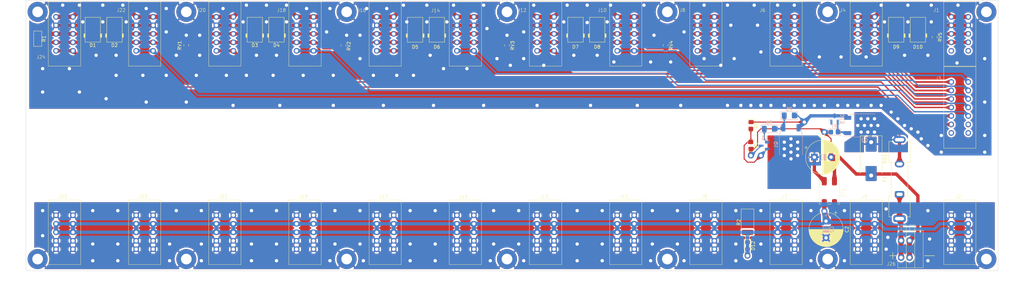
<source format=kicad_pcb>
(kicad_pcb (version 20221018) (generator pcbnew)
  (layers (0 "F.Cu" signal) (31 "B.Cu" signal) (34 "B.Paste" user) (35 "F.Paste" user) (36 "B.SilkS" user "B.Silkscreen") (37 "F.SilkS" user "F.Silkscreen") (38 "B.Mask" user) (39 "F.Mask" user) (44 "Edge.Cuts" user))
  (net 0 "")
  (net 1 "Net-(Q1-D)")
  (net 2 "Net-(D11-A)")
  (net 3 "+24V")
  (net 4 "GNDA")
  (net 5 "/A")
  (net 6 "GND1")
  (net 7 "/B")
  (net 8 "Net-(F1-+)")
  (net 9 "/+3.3VRS485")
  (net 12 "/RTS1")
  (net 13 "/RTS3")
  (net 14 "/RTS5")
  (net 15 "/RTS7")
  (net 16 "/RTS9")
  (net 17 "/RTS11")
  (net 20 "/RTS12")
  (net 21 "/RTS10")
  (net 22 "/RTS8")
  (net 23 "/RTS6")
  (net 24 "/RTS4")
  (net 25 "/RTS2")
  (net 26 "Net-(D11-K)")
  (net 27 "Net-(D12-K)")
  (net 28 "Net-(D13-A)")
  (net 30 "Net-(D13-K)")
  (net 31 "Net-(U1-REF)")
  (net 32 "Net-(Q1-G)")
  (net 33 "Net-(U1-K)")
  (footprint "Connector:SL-10 (L-KLS1-603C-10-S)" (layer "F.Cu") (at 109 93.9)
    (fp_text reference "J17")
    (fp_text value "SL-10 (L-KLS1-603C-10-S)")
  )
  (footprint "PCM_Diode_SMD_AKL:D_SMB" (layer "F.Cu") (at 168.5 38.35 90)
    (fp_text reference "D7")
    (fp_text value "SMBJ5.0A" hide)
  )
  (footprint "Connector:SL-10 (L-KLS1-603C-10-S)" (layer "F.Cu") (at 205 34.5)
    (fp_text reference "J8")
    (fp_text value "SL-10 (L-KLS1-603C-10-S)")
  )
  (footprint "PCM_Capacitor_THT_AKL_Double:CP_Radial_D10.0mm_P5.00mm" (layer "F.Cu") (at 240 76.5)
    (fp_text reference "C1")
    (fp_text value "47uF 63V D10 H16" hide)
  )
  (footprint "PCM_Resistor_SMD_AKL:R_0805_2012Metric_Pad1.20x1.40mm_HandSolder" (layer "F.Cu") (at 221 73 -90)
    (fp_text reference "R4")
    (fp_text value "152 0805")
  )
  (footprint "Connector:SL-14 (L-KLS1-603C-14-S)" (layer "F.Cu") (at 281 54)
    (fp_text reference "J3")
    (fp_text value "SL-14 (L-KLS1-603C-14-S)")
  )
  (footprint "PCM_SL_Mechanical:MountingHole_3.2mm_Pad" (layer "F.Cu") (at 100 33)
    (fp_text reference "H6" hide)
    (fp_text value "MountingHole_M3_3.2mm_Pad")
  )
  (footprint "Connector:SL-10 (L-KLS1-603C-10-S)" (layer "F.Cu") (at 61 93.9)
    (fp_text reference "J21")
    (fp_text value "SL-10 (L-KLS1-603C-10-S)")
  )
  (footprint "Diode_SMD:D_SMC-RM10_Universal_Handsoldering" (layer "F.Cu") (at 257 77 -90)
    (fp_text reference "D11")
    (fp_text value "SMDJ24A")
  )
  (footprint "PCM_SL_Mechanical:MountingHole_3.2mm_Pad" (layer "F.Cu") (at 7.5 33)
    (fp_text reference "H1" hide)
    (fp_text value "MountingHole_M3_3.2mm_Pad")
  )
  (footprint "Connector:SL-10 (L-KLS1-603C-10-S)" (layer "F.Cu") (at 181 34.5)
    (fp_text reference "J10")
    (fp_text value "SL-10 (L-KLS1-603C-10-S)")
  )
  (footprint "PCM_Diode_SMD_AKL:D_SMB" (layer "F.Cu") (at 79 38.35 90)
    (fp_text reference "D4")
    (fp_text value "SMBJ5.0A" hide)
  )
  (footprint "Connector:SL-10 (L-KLS1-603C-10-S)" (layer "F.Cu") (at 133 34.5)
    (fp_text reference "J14")
    (fp_text value "SL-10 (L-KLS1-603C-10-S)")
  )
  (footprint "PCM_SL_Mechanical:MountingHole_3.2mm_Pad" (layer "F.Cu") (at 196 33)
    (fp_text reference "H13" hide)
    (fp_text value "MountingHole_M3_3.2mm_Pad")
  )
  (footprint "Connector:SL-10 (L-KLS1-603C-10-S)" (layer "F.Cu") (at 109 34.5)
    (fp_text reference "J16")
    (fp_text value "SL-10 (L-KLS1-603C-10-S)")
  )
  (footprint "Connector:SL-10 (L-KLS1-603C-10-S)" (layer "F.Cu") (at 181 93.9)
    (fp_text reference "J11")
    (fp_text value "SL-10 (L-KLS1-603C-10-S)")
  )
  (footprint "Filter:ACM70V" (layer "F.Cu") (at 244.5 87 -90)
    (fp_text reference "FL1")
    (fp_text value "ACM70V-701-2PL-TL00")
  )
  (footprint "Connector:SL-10 (L-KLS1-603C-10-S)" (layer "F.Cu") (at 61 34.5)
    (fp_text reference "J20")
    (fp_text value "SL-10 (L-KLS1-603C-10-S)")
  )
  (footprint "PCM_Diode_SMD_AKL:D_SMB" (layer "F.Cu") (at 264.5 38.35 90)
    (fp_text reference "D9")
    (fp_text value "SMBJ5.0A" hide)
  )
  (footprint "PCM_Resistor_SMD_AKL:R_2512_6332Metric_Pad1.52x3.35mm_HandSolder" (layer "F.Cu") (at 220 96.0125 90)
    (fp_text reference "R2")
    (fp_text value "242 2512")
  )
  (footprint "Fuse:Fuseholder_Clip-5x20mm_Keystone_3512P_Inline_P23.62x7.27mm_D1.02x2.41x1.02x1.57mm_Horizontal" (layer "F.Cu") (at 265.5 94.89 90)
    (fp_text reference "F1")
    (fp_text value "FH-102 (1.5A)")
  )
  (footprint "PCM_SL_Mechanical:MountingHole_3.2mm_Pad" (layer "F.Cu") (at 100 107)
    (fp_text reference "H10" hide)
    (fp_text value "MountingHole_M3_3.2mm_Pad")
  )
  (footprint "PCM_Diode_SMD_AKL:D_SMB" (layer "F.Cu") (at 175 38.35 90)
    (fp_text reference "D8")
    (fp_text value "SMBJ5.0A" hide)
  )
  (footprint "PCM_SL_Mechanical:MountingHole_3.2mm_Pad" (layer "F.Cu") (at 52 107)
    (fp_text reference "H7" hide)
    (fp_text value "MountingHole_M3_3.2mm_Pad")
  )
  (footprint "Connector:SL-10 (L-KLS1-603C-10-S)" (layer "F.Cu") (at 229 34.5)
    (fp_text reference "J6")
    (fp_text value "SL-10 (L-KLS1-603C-10-S)")
  )
  (footprint "PCM_SL_Mechanical:MountingHole_3.2mm_Pad" (layer "F.Cu") (at 7.5 107)
    (fp_text reference "H14" hide)
    (fp_text value "MountingHole_M3_3.2mm_Pad")
  )
  (footprint "Connector:SL-10 (L-KLS1-603C-10-S)" (layer "F.Cu") (at 37 93.9)
    (fp_text reference "J23")
    (fp_text value "SL-10 (L-KLS1-603C-10-S)")
  )
  (footprint "PCM_SL_Mechanical:MountingHole_3.2mm_Pad" (layer "F.Cu") (at 244 107)
    (fp_text reference "H9" hide)
    (fp_text value "MountingHole_M3_3.2mm_Pad")
  )
  (footprint "PCM_Diode_SMD_AKL:D_SMB" (layer "F.Cu") (at 30.5 38.35 90)
    (fp_text reference "D2")
    (fp_text value "SMBJ5.0A" hide)
  )
  (footprint "PCM_Diode_SMD_AKL:D_SMB" (layer "F.Cu") (at 120.5 38.35 90)
    (fp_text reference "D5")
    (fp_text value "SMBJ5.0A" hide)
  )
  (footprint "PCM_SL_Mechanical:MountingHole_3.2mm_Pad" (layer "F.Cu") (at 244 33)
    (fp_text reference "H5" hide)
    (fp_text value "MountingHole_M3_3.2mm_Pad")
  )
  (footprint "PCM_Diode_SMD_AKL:D_SMB" (layer "F.Cu") (at 72.5 38.35 90)
    (fp_text reference "D3")
    (fp_text value "SMBJ5.0A" hide)
  )
  (footprint "Connector:SL-10 (L-KLS1-603C-10-S)" (layer "F.Cu") (at 253 34.5)
    (fp_text reference "J4")
    (fp_text value "SL-10 (L-KLS1-603C-10-S)")
  )
  (footprint "PCM_4ms_Resistor:R_0805_2012Metric" (layer "F.Cu") (at 52 43 -90)
    (fp_text reference "RV1")
    (fp_text value "JMV0805S5R6T661")
  )
  (footprint "PCM_Resistor_SMD_AKL:R_1206_3216Metric" (layer "F.Cu") (at 7.5 41.0375 -90)
    (fp_text reference "R1")
    (fp_text value "121 1206" hide)
  )
  (footprint "PCM_Diode_SMD_AKL:D_SMB" (layer "F.Cu") (at 271 38.35 90)
    (fp_text reference "D10")
    (fp_text value "SMBJ5.0A" hide)
  )
  (footprint "Connector:DG141V-2.54-02P" (layer "F.Cu") (at 265.96 101.46)
    (fp_text reference "J26")
    (fp_text value "DG141V-2.54-02P")
  )
  (footprint "PCM_SL_Mechanical:MountingHole_3.2mm_Pad" (layer "F.Cu") (at 52 33)
    (fp_text reference "H2" hide)
    (fp_text value "MountingHole_M3_3.2mm_Pad")
  )
  (footprint "PCM_SL_Mechanical:MountingHole_3.2mm_Pad" (layer "F.Cu") (at 148 33)
    (fp_text reference "H3" hide)
    (fp_text value "MountingHole_M3_3.2mm_Pad")
  )
  (footprint "PCM_4ms_Resistor:R_0805_2012Metric" (layer "F.Cu") (at 276 40.5625 -90)
    (fp_text reference "RV5")
    (fp_text value "JMV0805S5R6T661")
  )
  (footprint "Connector:SL-10 (L-KLS1-603C-10-S)" (layer "F.Cu") (at 281 93.9)
    (fp_text reference "J2")
    (fp_text value "SL-10 (L-KLS1-603C-10-S)")
  )
  (footprint "PCM_4ms_Resistor:R_0805_2012Metric" (layer "F.Cu") (at 99 43.0625 -90)
    (fp_text reference "RV2")
    (fp_text value "JMV0805S5R6T661")
  )
  (footprint "Connector:SL-10 (L-KLS1-603C-10-S)" (layer "F.Cu") (at 229 93.9)
    (fp_text reference "J7")
    (fp_text value "SL-10 (L-KLS1-603C-10-S)")
  )
  (footprint "PCM_Diode_SMD_AKL:D_SMB" (layer "F.Cu") (at 127 38.35 90)
    (fp_text reference "D6")
    (fp_text value "SMBJ5.0A" hide)
  )
  (footprint "PCM_Diode_SMD_AKL:D_SMB" (layer "F.Cu") (at 24 38.35 90)
    (fp_text reference "D1")
    (fp_text value "SMBJ5.0A" hide)
  )
  (footprint "PCM_4ms_Resistor:R_0805_2012Metric" (layer "F.Cu") (at 148 43.0625 -90)
    (fp_text reference "RV3")
    (fp_text value "JMV0805S5R6T661")
  )
  (footprint "PCM_Capacitor_THT_AKL_Double:CP_Radial_D10.0mm_P5.00mm" (layer "F.Cu") (at 243.5 95.632323 -90)
    (fp_text reference "C2")
    (fp_text value "47uF 63V D10 H16" hide)
  )
  (footprint "Connector:SL-10 (L-KLS1-603C-10-S)" (layer "F.Cu") (at 281 34.5)
    (fp_text reference "J1")
    (fp_text value "SL-10 (L-KLS1-603C-10-S)")
  )
  (footprint "Connector:SL-10 (L-KLS1-603C-10-S)" (layer "F.Cu") (at 205 93.9)
    (fp_text reference "J9")
    (fp_text value "SL-10 (L-KLS1-603C-10-S)")
  )
  (footprint "PCM_SL_Mechanical:MountingHole_3.2mm_Pad" (layer "F.Cu") (at 291.5 33)
    (fp_text reference "H4" hide)
    (fp_text value "MountingHole_M3_3.2mm_Pad")
  )
  (footprint "Connector:SL-10 (L-KLS1-603C-10-S)" (layer "F.Cu") (at 157 34.5)
    (fp_text reference "J12")
    (fp_text value "SL-10 (L-KLS1-603C-10-S)")
  )
  (footprint "PCM_SL_Mechanical:MountingHole_3.2mm_Pad" (layer "F.Cu") (at 148 107)
    (fp_text reference "H11" hide)
    (fp_text value "MountingHole_M3_3.2mm_Pad")
  )
  (footprint "Connector:SL-10 (L-KLS1-603C-10-S)" (layer "F.Cu") (at 85 93.9)
    (fp_text reference "J19")
    (fp_text value "SL-10 (L-KLS1-603C-10-S)")
  )
  (footprint "Connector:SL-10 (L-KLS1-603C-10-S)" (layer "F.Cu") (at 253 93.9)
    (fp_text reference "J5")
    (fp_text value "SL-10 (L-KLS1-603C-10-S)")
  )
  (footprint "Connector:SL-10 (L-KLS1-603C-10-S)" (layer "F.Cu") (at 13 34.5)
    (fp_text reference "J24")
    (fp_text value "SL-10 (L-KLS1-603C-10-S)")
  )
  (footprint "Connector:SL-10 (L-KLS1-603C-10-S)" (layer "F.Cu") (at 85 34.5)
    (fp_text reference "J18")
    (fp_text value "SL-10 (L-KLS1-603C-10-S)")
  )
  (footprint "Connector:SL-10 (L-KLS1-603C-10-S)" (layer "F.Cu") (at 37 34.5)
    (fp_text reference "J22")
    (fp_text value "SL-10 (L-KLS1-603C-10-S)")
  )
  (footprint "Connector:SL-10 (L-KLS1-603C-10-S)" (layer "F.Cu") (at 13 93.9)
    (fp_text reference "J25")
    (fp_text value "SL-10 (L-KLS1-603C-10-S)")
  )
  (footprint "PCM_SL_Mechanical:MountingHole_3.2mm_Pad" (layer "F.Cu") (at 196 107)
    (fp_text reference "H8" hide)
    (fp_text value "MountingHole_M3_3.2mm_Pad")
  )
  (footprint "LED_SMD:LED_0805_2012Metric_Pad1.15x1.40mm_HandSolder" (layer "F.Cu") (at 220 103 -90)
    (fp_text reference "D12")
    (fp_text value "LED 0805 (FYLS-0805UBC)")
  )
  (footprint "Connector:SL-10 (L-KLS1-603C-10-S)" (layer "F.Cu") (at 133 93.9)
    (fp_text reference "J15")
    (fp_text value "SL-10 (L-KLS1-603C-10-S)")
  )
  (footprint "PCM_Resistor_SMD_AKL:R_0805_2012Metric_Pad1.20x1.40mm_HandSolder" (layer "F.Cu") (at 221 67 -90)
    (fp_text reference "R3")
    (fp_text value "103 0805")
  )
  (footprint "PCM_4ms_Resistor:R_0805_2012Metric" (layer "F.Cu") (at 195.5 43 -90)
    (fp_text reference "RV4")
    (fp_text value "JMV0805S5R6T661")
  )
  (footprint "Connector:SL-10 (L-KLS1-603C-10-S)" (layer "F.Cu") (at 157 93.9)
    (fp_text reference "J13")
    (fp_text value "SL-10 (L-KLS1-603C-10-S)")
  )
  (footprint "PCM_SL_Mechanical:MountingHole_3.2mm_Pad" (layer "F.Cu") (at 291.5 107)
    (fp_text reference "H12" hide)
    (fp_text value "MountingHole_M3_3.2mm_Pad")
  )
  (footprint "PCM_Resistor_SMD_AKL:R_0805_2012Metric_Pad1.20x1.40mm_HandSolder" (layer "B.Cu") (at 246 69 180)
    (fp_text reference "R7")
    (fp_text value "103 0805")
  )
  (footprint "Package_TO_SOT_SMD:TO-252-2" (layer "B.Cu") (at 233 72.74 -90)
    (fp_text reference "Q1")
    (fp_text value "IRFR5305")
  )
  (footprint "Package_TO_SOT_SMD:SOT-23" (layer "B.Cu") (at 246.05 65.0625 90)
    (fp_text reference "D13")
    (fp_text value "BZX84C10")
  )
  (footprint "Package_TO_SOT_SMD:SOT-23" (layer "B.Cu") (at 225 73.05 180)
    (fp_text reference "U1")
    (fp_text value "TL431DBZ")
  )
  (footprint "Package_TO_SOT_SMD:TO-252-2" (layer "B.Cu") (at 255 67)
    (fp_text reference "Q2")
    (fp_text value "IRFR5305")
  )
  (footprint "PCM_Resistor_SMD_AKL:R_1206_3216Metric_Pad1.42x1.75mm_HandSolder" (layer "B.Cu") (at 232.4875 64 180)
    (fp_text reference "R5")
    (fp_text value "102 1206")
  )
  (footprint "PCM_Resistor_SMD_AKL:R_1206_3216Metric_Pad1.42x1.75mm_HandSolder" (layer "B.Cu") (at 226.5125 68 180)
    (fp_text reference "R6")
    (fp_text value "102 1206")
  )
  (gr_line (start 273 106) (end 276 106) (stroke (width 0.15)) (layer "F.SilkS"))
  (gr_line (start 262.5 106) (end 264.5 106) (stroke (width 0.15)) (layer "F.SilkS"))
  (gr_line (start 263.5 105) (end 263.5 107) (stroke (width 0.15)) (layer "F.SilkS"))
  (gr_line (start 295 110.5) (end 4 110.5) (stroke (width 0.1)) (layer "Edge.Cuts"))
  (gr_line (start 295 29.5) (end 295 110.5) (stroke (width 0.1)) (layer "Edge.Cuts"))
  (gr_line (start 4 29.5) (end 295 29.5) (stroke (width 0.1)) (layer "Edge.Cuts"))
  (gr_line (start 4 110.5) (end 4 29.5) (stroke (width 0.1)) (layer "Edge.Cuts"))
  (segment (start 240 80.722) (end 242.976 83.698) (width 1) (layer "F.Cu") (net 1))
  (segment (start 240 76.5) (end 240 80.722) (width 1) (layer "F.Cu") (net 1))
  (via (at 231 74) (size 1.8) (drill 1) (layers "F.Cu" "B.Cu") (net 1))
  (via (at 235 72) (size 1.8) (drill 1) (layers "F.Cu" "B.Cu") (net 1))
  (via (at 233 71) (size 1.8) (drill 1) (layers "F.Cu" "B.Cu") (net 1))
  (via (at 233 73) (size 1.8) (drill 1) (layers "F.Cu" "B.Cu") (net 1))
  (via (at 235 76) (size 1.8) (drill 1) (layers "F.Cu" "B.Cu") (net 1))
  (via (at 235 74) (size 1.8) (drill 1) (layers "F.Cu" "B.Cu") (net 1))
  (via (at 231 76) (size 1.8) (drill 1) (layers "F.Cu" "B.Cu") (net 1))
  (via (at 233 75) (size 1.8) (drill 1) (layers "F.Cu" "B.Cu") (net 1))
  (via (at 233 77) (size 1.8) (drill 1) (layers "F.Cu" "B.Cu") (net 1))
  (via (at 231 72) (size 1.8) (drill 1) (layers "F.Cu" "B.Cu") (net 1))
  (segment (start 246.024 77.524) (end 245 76.5) (width 1) (layer "F.Cu") (net 2))
  (segment (start 271 88.04) (end 264.5 81.54) (width 1) (layer "F.Cu") (net 2))
  (segment (start 270.92 99.04) (end 271 99.04) (width 1) (layer "F.Cu") (net 2))
  (segment (start 268.5 101.46) (end 268.5 106.54) (width 1) (layer "F.Cu") (net 2))
  (segment (start 245 71) (end 243 69) (width 0.3) (layer "F.Cu") (net 2))
  (segment (start 242 68) (end 224 68) (width 0.3) (layer "F.Cu") (net 2))
  (segment (start 247.5 76.5) (end 245 76.5) (width 1) (layer "F.Cu") (net 2))
  (segment (start 252.54 81.54) (end 247.5 76.5) (width 1) (layer "F.Cu") (net 2))
  (segment (start 268.5 101.46) (end 270.92 99.04) (width 1) (layer "F.Cu") (net 2))
  (segment (start 271 99.04) (end 271 88.04) (width 1) (layer "F.Cu") (net 2))
  (segment (start 264.5 81.54) (end 252.54 81.54) (width 1) (layer "F.Cu") (net 2))
  (segment (start 224 68) (end 223 69) (width 0.3) (layer "F.Cu") (net 2))
  (segment (start 243 69) (end 242 68) (width 0.3) (layer "F.Cu") (net 2))
  (segment (start 223 73) (end 222 74) (width 0.3) (layer "F.Cu") (net 2))
  (segment (start 221 76) (end 221 74) (width 0.3) (layer "F.Cu") (net 2))
  (segment (start 223 69) (end 223 73) (width 0.3) (layer "F.Cu") (net 2))
  (segment (start 246.024 83.698) (end 246.024 77.524) (width 1) (layer "F.Cu") (net 2))
  (segment (start 222 74) (end 221 74) (width 0.3) (layer "F.Cu") (net 2))
  (segment (start 245 76.5) (end 245 71) (width 0.3) (layer "F.Cu") (net 2))
  (via (at 243 69) (size 1.8) (drill 1) (layers "F.Cu" "B.Cu") (net 2))
  (via (at 221 76) (size 1.8) (drill 1) (layers "F.Cu" "B.Cu") (net 2))
  (segment (start 243 69) (end 245 69) (width 0.3) (layer "B.Cu") (net 2))
  (segment (start 221.1125 76) (end 221 76) (width 0.3) (layer "B.Cu") (net 2))
  (segment (start 224.0625 73.05) (end 221.1125 76) (width 0.3) (layer "B.Cu") (net 2))
  (segment (start 243 92.632323) (end 243.5 93.132323) (width 1) (layer "F.Cu") (net 3))
  (segment (start 242.976 92.608323) (end 243 92.632323) (width 1) (layer "F.Cu") (net 3))
  (segment (start 242.976 90.302) (end 242.976 94.476) (width 1) (layer "F.Cu") (net 3))
  (segment (start 220 104) (end 220 106) (width 0.3) (layer "F.Cu") (net 3))
  (segment (start 243.5 93.132323) (end 243.5 95.632323) (width 1) (layer "F.Cu") (net 3))
  (via (at 220 106) (size 1.8) (drill 1) (layers "F.Cu" "B.Cu") (net 3))
  (via (at 243 92.632323) (size 1.8) (drill 1) (layers "F.Cu" "B.Cu") (net 3))
  (segment (start 243.5 95.632323) (end 243.867677 96) (width 1) (layer "B.Cu") (net 3))
  (segment (start 18.08 96.44) (end 37 96.44) (width 1) (layer "B.Cu") (net 3))
  (segment (start 219.98 98.98) (end 210.08 98.98) (width 1) (layer "B.Cu") (net 3))
  (segment (start 37 98.98) (end 42.08 98.98) (width 1) (layer "B.Cu") (net 3))
  (segment (start 181 96.44) (end 162.08 96.44) (width 1) (layer "B.Cu") (net 3))
  (segment (start 186.08 96.44) (end 205 96.44) (width 1) (layer "B.Cu") (net 3))
  (segment (start 220 106) (end 220 99) (width 1) (layer "B.Cu") (net 3))
  (segment (start 229 96.44) (end 229 98.98) (width 1) (layer "B.Cu") (net 3))
  (segment (start 181 98.98) (end 186.08 98.98) (width 1) (layer "B.Cu") (net 3))
  (segment (start 243.867677 96) (end 252.56 96) (width 1) (layer "B.Cu") (net 3))
  (segment (start 133 96.44) (end 138.08 96.44) (width 1) (layer "B.Cu") (net 3))
  (segment (start 42.08 96.44) (end 42.08 98.98) (width 1) (layer "B.Cu") (net 3))
  (segment (start 261.12 98) (end 276 98) (width 1) (layer "B.Cu") (net 3))
  (segment (start 114.08 98.98) (end 133 98.98) (width 1) (layer "B.Cu") (net 3))
  (segment (start 162.08 98.98) (end 181 98.98) (width 1) (layer "B.Cu") (net 3))
  (segment (start 219.98 98.98) (end 229 98.98) (width 1) (layer "B.Cu") (net 3))
  (segment (start 259.56 96.44) (end 261.12 98) (width 1) (layer "B.Cu") (net 3))
  (segment (start 109 96.44) (end 109 98.98) (width 1) (layer "B.Cu") (net 3))
  (segment (start 66.08 98.98) (end 85 98.98) (width 1) (layer "B.Cu") (net 3))
  (segment (start 37 96.44) (end 37 98.98) (width 1) (layer "B.Cu") (net 3))
  (segment (start 18.08 96.44) (end 18.08 98.98) (width 1) (layer "B.Cu") (net 3))
  (segment (start 258.08 96.44) (end 259.56 96.44) (width 1) (layer "B.Cu") (net 3))
  (segment (start 66.08 96.44) (end 66.08 98.98) (width 1) (layer "B.Cu") (net 3))
  (segment (start 13 98.98) (end 18.08 98.98) (width 1) (layer "B.Cu") (net 3))
  (segment (start 162.08 96.44) (end 162.08 98.98) (width 1) (layer "B.Cu") (net 3))
  (segment (start 234.08 96.44) (end 234.08 98.98) (width 1) (layer "B.Cu") (net 3))
  (segment (start 133 98.98) (end 138.08 98.98) (width 1) (layer "B.Cu") (net 3))
  (segment (start 243 92.632323) (end 243 95.132323) (width 1) (layer "B.Cu") (net 3))
  (segment (start 157 96.44) (end 157 98.98) (width 1) (layer "B.Cu") (net 3))
  (segment (start 85 96.44) (end 90.08 96.44) (width 1) (layer "B.Cu") (net 3))
  (segment (start 42.08 96.44) (end 61 96.44) (width 1) (layer "B.Cu") (net 3))
  (segment (start 138.08 96.44) (end 138.08 98.98) (width 1) (layer "B.Cu") (net 3))
  (segment (start 205 96.44) (end 210.08 96.44) (width 1) (layer "B.Cu") (net 3))
  (segment (start 234.08 98.98) (end 229 98.98) (width 1) (layer "B.Cu") (net 3))
  (segment (start 229 96.44) (end 234.08 96.44) (width 1) (layer "B.Cu") (net 3))
  (segment (start 186.08 96.44) (end 186.08 98.98) (width 1) (layer "B.Cu") (net 3))
  (segment (start 277.56 96.44) (end 281 96.44) (width 1) (layer "B.Cu") (net 3))
  (segment (start 205 98.98) (end 186.08 98.98) (width 1) (layer "B.Cu") (net 3))
  (segment (start 286.08 98.98) (end 281 98.98) (width 1) (layer "B.Cu") (net 3))
  (segment (start 90.08 96.44) (end 109 96.44) (width 1) (layer "B.Cu") (net 3))
  (segment (start 138.08 98.98) (end 157 98.98) (width 1) (layer "B.Cu") (net 3))
  (segment (start 210.08 96.44) (end 229 96.44) (width 1) (layer "B.Cu") (net 3))
  (segment (start 42.08 98.98) (end 61 98.98) (width 1) (layer "B.Cu") (net 3))
  (segment (start 61 96.44) (end 61 98.98) (width 1) (layer "B.Cu") (net 3))
  (segment (start 234.08 96.44) (end 242.44 96.44) (width 1) (layer "B.Cu") (net 3))
  (segment (start 162.08 98.98) (end 157 98.98) (width 1) (layer "B.Cu") (net 3))
  (segment (start 61 96.44) (end 66.08 96.44) (width 1) (layer "B.Cu") (net 3))
  (segment (start 210.08 96.44) (end 210.08 98.98) (width 1) (layer "B.Cu") (net 3))
  (segment (start 18.08 98.98) (end 37 98.98) (width 1) (layer "B.Cu") (net 3))
  (segment (start 114.08 98.98) (end 114.08 96.44) (width 1) (layer "B.Cu") (net 3))
  (segment (start 13 96.44) (end 13 98.98) (width 1) (layer "B.Cu") (net 3))
  (segment (start 281 96.44) (end 286.08 96.44) (width 1) (layer "B.Cu") (net 3))
  (segment (start 220 99) (end 219.98 98.98) (width 1) (layer "B.Cu") (net 3))
  (segment (start 181 96.44) (end 181 98.98) (width 1) (layer "B.Cu") (net 3))
  (segment (start 205 98.98) (end 205 96.44) (width 1) (layer "B.Cu") (net 3))
  (segment (start 109 98.98) (end 114.08 98.98) (width 1) (layer "B.Cu") (net 3))
  (segment (start 253 96.44) (end 258.08 96.44) (width 1) (layer "B.Cu") (net 3))
  (segment (start 37 96.44) (end 42.08 96.44) (width 1) (layer "B.Cu") (net 3))
  (segment (start 243 95.132323) (end 243.5 95.632323) (width 1) (layer "B.Cu") (net 3))
  (segment (start 258.08 98.98) (end 253 98.98) (width 1) (layer "B.Cu") (net 3))
  (segment (start 253 98.98) (end 253 96.44) (width 1) (layer "B.Cu") (net 3))
  (segment (start 85 98.98) (end 90.08 98.98) (width 1) (layer "B.Cu") (net 3))
  (segment (start 114.08 96.44) (end 109 96.44) (width 1) (layer "B.Cu") (net 3))
  (segment (start 286.08 96.44) (end 286.08 98.98) (width 1) (layer "B.Cu") (net 3))
  (segment (start 258.08 98.98) (end 258.08 96.44) (width 1) (layer "B.Cu") (net 3))
  (segment (start 13 96.44) (end 18.08 96.44) (width 1) (layer "B.Cu") (net 3))
  (segment (start 281 98.98) (end 281 96.44) (width 1) (layer "B.Cu") (net 3))
  (segment (start 181 96.44) (end 186.08 96.44) (width 1) (layer "B.Cu") (net 3))
  (segment (start 61 98.98) (end 66.08 98.98) (width 1) (layer "B.Cu") (net 3))
  (segment (start 210.08 98.98) (end 205 98.98) (width 1) (layer "B.Cu") (net 3))
  (segment (start 157 96.44) (end 138.08 96.44) (width 1) (layer "B.Cu") (net 3))
  (segment (start 90.08 98.98) (end 109 98.98) (width 1) (layer "B.Cu") (net 3))
  (segment (start 114.08 96.44) (end 133 96.44) (width 1) (layer "B.Cu") (net 3))
  (segment (start 157 96.44) (end 162.08 96.44) (width 1) (layer "B.Cu") (net 3))
  (segment (start 66.08 96.44) (end 85 96.44) (width 1) (layer "B.Cu") (net 3))
  (segment (start 133 96.44) (end 133 98.98) (width 1) (layer "B.Cu") (net 3))
  (segment (start 276 98) (end 277.56 96.44) (width 1) (layer "B.Cu") (net 3))
  (segment (start 252.56 96) (end 253 96.44) (width 1) (layer "B.Cu") (net 3))
  (via (at 216.5 107.5) (size 1.8) (drill 1) (layers "F.Cu" "B.Cu") (net 4))
  (via (at 191 107.5) (size 1.8) (drill 1) (layers "F.Cu" "B.Cu") (net 4))
  (via (at 261.5 92) (size 1.8) (drill 1) (layers "F.Cu" "B.Cu") (net 4))
  (via (at 79 102.5) (size 1.8) (drill 1) (layers "F.Cu" "B.Cu") (net 4))
  (via (at 274 107.5) (size 1.8) (drill 1) (layers "F.Cu" "B.Cu") (net 4))
  (via (at 176.5 92.5) (size 1.8) (drill 1) (layers "F.Cu" "B.Cu") (net 4))
  (via (at 176.5 102.5) (size 1.8) (drill 1) (layers "F.Cu" "B.Cu") (net 4))
  (via (at 169 107.5) (size 1.8) (drill 1) (layers "F.Cu" "B.Cu") (net 4))
  (via (at 151.5 92.5) (size 1.8) (drill 1) (layers "F.Cu" "B.Cu") (net 4))
  (via (at 79 107.5) (size 1.8) (drill 1) (layers "F.Cu" "B.Cu") (net 4))
  (via (at 9 92.5) (size 1.8) (drill 1) (layers "F.Cu" "B.Cu") (net 4))
  (via (at 224 92.5) (size 1.8) (drill 1) (layers "F.Cu" "B.Cu") (net 4))
  (via (at 176.5 107.5) (size 1.8) (drill 1) (layers "F.Cu" "B.Cu") (net 4))
  (via (at 56.5 92.5) (size 1.8) (drill 1) (layers "F.Cu" "B.Cu") (net 4))
  (via (at 151.5 102.5) (size 1.8) (drill 1) (layers "F.Cu" "B.Cu") (net 4))
  (via (at 96.5 102.5) (size 1.8) (drill 1) (layers "F.Cu" "B.Cu") (net 4))
  (via (at 216.5 102.5) (size 1.8) (drill 1) (layers "F.Cu" "B.Cu") (net 4))
  (via (at 96.5 92.5) (size 1.8) (drill 1) (layers "F.Cu" "B.Cu") (net 4))
  (via (at 31.5 102.5) (size 1.8) (drill 1) (layers "F.Cu" "B.Cu") (net 4))
  (via (at 216.5 92.5) (size 1.8) (drill 1) (layers "F.Cu" "B.Cu") (net 4))
  (via (at 169 92.5) (size 1.8) (drill 1) (layers "F.Cu" "B.Cu") (net 4))
  (via (at 47 107.5) (size 1.8) (drill 1) (layers "F.Cu" "B.Cu") (net 4))
  (via (at 274 92.5) (size 1.8) (drill 1) (layers "F.Cu" "B.Cu") (net 4))
  (via (at 104 92.5) (size 1.8) (drill 1) (layers "F.Cu" "B.Cu") (net 4))
  (via (at 169 102.5) (size 1.8) (drill 1) (layers "F.Cu" "B.Cu") (net 4))
  (via (at 119 92.5) (size 1.8) (drill 1) (layers "F.Cu" "B.Cu") (net 4))
  (via (at 126.5 107.5) (size 1.8) (drill 1) (layers "F.Cu" "B.Cu") (net 4))
  (via (at 24 107.5) (size 1.8) (drill 1) (layers "F.Cu" "B.Cu") (net 4))
  (via (at 49 92.5) (size 1.8) (drill 1) (layers "F.Cu" "B.Cu") (net 4))
  (via (at 144 102.5) (size 1.8) (drill 1) (layers "F.Cu" "B.Cu") (net 4))
  (via (at 71.5 102.5) (size 1.8) (drill 1) (layers "F.Cu" "B.Cu") (net 4))
  (via (at 224 102.5) (size 1.8) (drill 1) (layers "F.Cu" "B.Cu") (net 4))
  (via (at 24 92.5) (size 1.8) (drill 1) (layers "F.Cu" "B.Cu") (net 4))
  (via (at 71.5 92.5) (size 1.8) (drill 1) (layers "F.Cu" "B.Cu") (net 4))
  (via (at 239 92.5) (size 1.8) (drill 1) (layers "F.Cu" "B.Cu") (net 4))
  (via (at 144 92.5) (size 1.8) (drill 1) (layers "F.Cu" "B.Cu") (net 4))
  (via (at 261.5 104.04) (size 1.8) (drill 1) (layers "F.Cu" "B.Cu") (net 4))
  (via (at 31.5 92.5) (size 1.8) (drill 1) (layers "F.Cu" "B.Cu") (net 4))
  (via (at 249 107.5) (size 1.8) (drill 1) (layers "F.Cu" "B.Cu") (net 4))
  (via (at 47 102.5) (size 1.8) (drill 1) (layers "F.Cu" "B.Cu") (net 4))
  (via (at 262 100.5) (size 1.8) (drill 1) (layers "F.Cu" "B.Cu") (net 4))
  (via (at 201 107.5) (size 1.8) (drill 1) (layers "F.Cu" "B.Cu") (net 4))
  (via (at 9 100) (size 1.8) (drill 1) (layers "F.Cu" "B.Cu") (net 4))
  (via (at 79 92.5) (size 1.8) (drill 1) (layers "F.Cu" "B.Cu") (net 4))
  (via (at 104 102.5) (size 1.8) (drill 1) (layers "F.Cu" "B.Cu") (net 4))
  (via (at 199 102.5) (size 1.8) (drill 1) (layers "F.Cu" "B.Cu") (net 4))
  (via (at 95 107.5) (size 1.8) (drill 1) (layers "F.Cu" "B.Cu") (net 4))
  (via (at 191.5 102.5) (size 1.8) (drill 1) (layers "F.Cu" "B.Cu") (net 4))
  (via (at 274.5 101) (size 1.8) (drill 1) (layers "F.Cu" "B.Cu") (net 4))
  (via (at 126.5 102.5) (size 1.8) (drill 1) (layers "F.Cu" "B.Cu") (net 4))
  (via (at 31.5 107.5) (size 1.8) (drill 1) (layers "F.Cu" "B.Cu") (net 4))
  (via (at 119 107.5) (size 1.8) (drill 1) (layers "F.Cu" "B.Cu") (net 4))
  (via (at 224 107.5) (size 1.8) (drill 1) (layers "F.Cu" "B.Cu") (net 4))
  (via (at 153 107.5) (size 1.8) (drill 1) (layers "F.Cu" "B.Cu") (net 4))
  (via (at 143 107.5) (size 1.8) (drill 1) (layers "F.Cu" "B.Cu") (net 4))
  (via (at 199 92.5) (size 1.8) (drill 1) (layers "F.Cu" "B.Cu") (net 4))
  (via (at 239 107.5) (size 1.8) (drill 1) (layers "F.Cu" "B.Cu") (net 4))
  (via (at 191.5 92.5) (size 1.8) (drill 1) (layers "F.Cu" "B.Cu") (net 4))
  (via (at 24 102.5) (size 1.8) (drill 1) (layers "F.Cu" "B.Cu") (net 4))
  (via (at 105 107.5) (size 1.8) (drill 1) (layers "F.Cu" "B.Cu") (net 4))
  (via (at 249 92.5) (size 1.8) (drill 1) (layers "F.Cu" "B.Cu") (net 4))
  (via (at 56.5 107.5) (size 1.8) (drill 1) (layers "F.Cu" "B.Cu") (net 4))
  (via (at 126.5 92.5) (size 1.8) (drill 1) (layers "F.Cu" "B.Cu") (net 4))
  (via (at 71.5 107.5) (size 1.8) (drill 1) (layers "F.Cu" "B.Cu") (net 4))
  (via (at 56.5 102.5) (size 1.8) (drill 1) (layers "F.Cu" "B.Cu") (net 4))
  (via (at 119 102.5) (size 1.8) (drill 1) (layers "F.Cu" "B.Cu") (net 4))
  (segment (start 90.08 39.58) (end 91.58 39.58) (width 0.5) (layer "F.Cu") (net 5))
  (segment (start 271 40.5) (end 271.5 40.5) (width 0.5) (layer "F.Cu") (net 5))
  (segment (start 251.42 39.58) (end 253 39.58) (width 0.5) (layer "F.Cu") (net 5))
  (segment (start 125 38.5) (end 127 40.5) (width 0.5) (layer "F.Cu") (net 5))
  (segment (start 181 39.58) (end 186.08 39.58) (width 0.5) (layer "F.Cu") (net 5))
  (segment (start 269 38.5) (end 271 40.5) (width 0.5) (layer "F.Cu") (net 5))
  (segment (start 109 39.58) (end 114.08 39.58) (width 0.5) (layer "F.Cu") (net 5))
  (segment (start 148 42.125) (end 152.875 42.125) (width 0.5) (layer "F.Cu") (net 5))
  (segment (start 128.58 39.58) (end 133 39.58) (width 0.5) (layer "F.Cu") (net 5))
  (segment (start 128.5 39.5) (end 128.58 39.58) (width 0.5) (layer "F.Cu") (net 5))
  (segment (start 56.9375 42.0625) (end 52 42.0625) (width 0.5) (layer "F.Cu") (net 5))
  (segment (start 280.955 39.625) (end 281 39.58) (width 0.5) (layer "F.Cu") (net 5))
  (segment (start 143.0625 42.125) (end 148 42.125) (width 0.5) (layer "F.Cu") (net 5))
  (segment (start 238.994975 42.5) (end 248.5 42.5) (width 0.5) (layer "F.Cu") (net 5))
  (segment (start 43.58 39.58) (end 46.0625 42.0625) (width 0.5) (layer "F.Cu") (net 5))
  (segment (start 128 39.5) (end 128.5 39.5) (width 0.5) (layer "F.Cu") (net 5))
  (segment (start 79 40.5) (end 80 39.5) (width 0.5) (layer "F.Cu") (net 5))
  (segment (start 157 39.58) (end 162.08 39.58) (width 0.5) (layer "F.Cu") (net 5))
  (segment (start 60.9825 39.5625) (end 61 39.58) (width 0.5) (layer "F.Cu") (net 5))
  (segment (start 138.08 39.58) (end 140.5175 39.58) (width 0.5) (layer "F.Cu") (net 5))
  (segment (start 205 39.58) (end 210.08 39.58) (width 0.5) (layer "F.Cu") (net 5))
  (segment (start 80 39.5) (end 80.5 39.5) (width 0.5) (layer "F.Cu") (net 5))
  (segment (start 27 38.5) (end 33 38.5) (width 0.5) (layer "F.Cu") (net 5))
  (segment (start 253 39.58) (end 258.08 39.58) (width 0.5) (layer "F.Cu") (net 5))
  (segment (start 108.9825 39.5625) (end 109 39.58) (width 0.5) (layer "F.Cu") (net 5))
  (segment (start 155.4375 39.5625) (end 156.9825 39.5625) (width 0.5) (layer "F.Cu") (net 5))
  (segment (start 114.08 39.58) (end 116.92 39.58) (width 0.5) (layer "F.Cu") (net 5))
  (segment (start 258.08 39.58) (end 261.42 39.58) (width 0.5) (layer "F.Cu") (net 5))
  (segment (start 20.5 40.5) (end 19.58 39.58) (width 0.5) (layer "F.Cu") (net 5))
  (segment (start 85 39.58) (end 90.08 39.58) (width 0.5) (layer "F.Cu") (net 5))
  (segment (start 80.58 39.58) (end 85 39.58) (width 0.5) (layer "F.Cu") (net 5))
  (segment (start 7.5 39.575) (end 12.995 39.575) (width 1) (layer "F.Cu") (net 5))
  (segment (start 204.955 39.625) (end 205 39.58) (width 0.5) (layer "F.Cu") (net 5))
  (segment (start 24 40.5) (end 20.5 40.5) (width 0.5) (layer "F.Cu") (net 5))
  (segment (start 165.42 39.58) (end 166.5 38.5) (width 0.5) (layer "F.Cu") (net 5))
  (segment (start 140.5175 39.58) (end 143.0625 42.125) (width 0.5) (layer "F.Cu") (net 5))
  (segment (start 271.5 40.5) (end 272.5 39.5) (width 0.5) (layer "F.Cu") (net 5))
  (segment (start 186.08 39.58) (end 187.79875 39.58) (width 0.5) (layer "F.Cu") (net 5))
  (segment (start 200.9375 42.0625) (end 203.375 39.625) (width 0.5) (layer "F.Cu") (net 5))
  (segment (start 37 39.58) (end 42.08 39.58) (width 0.5) (layer "F.Cu") (net 5))
  (segment (start 77 38.5) (end 79 40.5) (width 0.5) (layer "F.Cu") (net 5))
  (segment (start 190.28125 42.0625) (end 195.5 42.0625) (width 0.5) (layer "F.Cu") (net 5))
  (segment (start 133 39.58) (end 138.08 39.58) (width 0.5) (layer "F.Cu") (net 5))
  (segment (start 12.995 39.575) (end 13 39.58) (width 1) (layer "F.Cu") (net 5))
  (segment (start 229 39.58) (end 234.08 39.58) (width 0.5) (layer "F.Cu") (net 5))
  (segment (start 116.92 39.58) (end 118 38.5) (width 0.5) (layer "F.Cu") (net 5))
  (segment (start 91.58 39.58) (end 94.125 42.125) (width 0.5) (layer "F.Cu") (net 5))
  (segment (start 162.08 39.58) (end 165.42 39.58) (width 0.5) (layer "F.Cu") (net 5))
  (segment (start 152.875 42.125) (end 155.4375 39.5625) (width 0.5) (layer "F.Cu") (net 5))
  (segment (start 107.4375 39.5625) (end 108.9825 39.5625) (width 0.5) (layer "F.Cu") (net 5))
  (segment (start 69.42 39.58) (end 70.5 38.5) (width 0.5) (layer "F.Cu") (net 5))
  (segment (start 236.074975 39.58) (end 238.994975 42.5) (width 0.5) (layer "F.Cu") (net 5))
  (segment (start 234.08 39.58) (end 236.074975 39.58) (width 0.5) (layer "F.Cu") (net 5))
  (segment (start 104.875 42.125) (end 107.4375 39.5625) (width 0.5) (layer "F.Cu") (net 5))
  (segment (start 175 40.5) (end 175.5 40.5) (width 0.5) (layer "F.Cu") (net 5))
  (segment (start 156.9825 39.5625) (end 157 39.58) (width 0.5) (layer "F.Cu") (net 5))
  (segment (start 66.08 39.58) (end 69.42 39.58) (width 0.5) (layer "F.Cu") (net 5))
  (segment (start 195.5 42.0625) (end 200.9375 42.0625) (width 0.5) (layer "F.Cu") (net 5))
  (segment (start 262.5 38.5) (end 269 38.5) (width 0.5) (layer "F.Cu") (net 5))
  (segment (start 210.08 39.58) (end 229 39.58) (width 0.5) (layer "F.Cu") (net 5))
  (segment (start 34.08 39.58) (end 37 39.58) (width 0.5) (layer "F.Cu") (net 5))
  (segment (start 24 40.5) (end 25 40.5) (width 0.5) (layer "F.Cu") (net 5))
  (segment (start 272.5 39.5) (end 272.625 39.625) (width 0.5) (layer "F.Cu") (net 5))
  (segment (start 187.79875 39.58) (end 190.28125 42.0625) (width 0.5) (layer "F.Cu") (net 5))
  (segment (start 99 42.125) (end 104.875 42.125) (width 0.5) (layer "F.Cu") (net 5))
  (segment (start 61 39.58) (end 59.42 39.58) (width 0.5) (layer "F.Cu") (net 5))
  (segment (start 173 38.5) (end 175 40.5) (width 0.5) (layer "F.Cu") (net 5))
  (segment (start 166.5 38.5) (end 173 38.5) (width 0.5) (layer "F.Cu") (net 5))
  (segment (start 46.0625 42.0625) (end 52 42.0625) (width 0.5) (layer "F.Cu") (net 5))
  (segment (start 13 39.58) (end 18.08 39.58) (width 1) (layer "F.Cu") (net 5))
  (segment (start 118 38.5) (end 125 38.5) (width 0.5) (layer "F.Cu") (net 5))
  (segment (start 19.58 39.58) (end 18.08 39.58) (width 0.5) (layer "F.Cu") (net 5))
  (segment (start 70.5 38.5) (end 77 38.5) (width 0.5) (layer "F.Cu") (net 5))
  (segment (start 94.125 42.125) (end 99 42.125) (width 0.5) (layer "F.Cu") (net 5))
  (segment (start 80.5 39.5) (end 80.58 39.58) (width 0.5) (layer "F.Cu") (net 5))
  (segment (start 33 38.5) (end 34.08 39.58) (width 0.5) (layer "F.Cu") (net 5))
  (segment (start 59.42 39.58) (end 56.9375 42.0625) (width 0.5) (layer "F.Cu") (net 5))
  (segment (start 276 39.625) (end 280.955 39.625) (width 0.5) (layer "F.Cu") (net 5))
  (segment (start 272.625 39.625) (end 276 39.625) (width 0.5) (layer "F.Cu") (net 5))
  (segment (start 175.5 40.5) (end 176.5 39.5) (width 0.5) (layer "F.Cu") (net 5))
  (segment (start 261.42 39.58) (end 262.5 38.5) (width 0.5) (layer "F.Cu") (net 5))
  (segment (start 176.58 39.58) (end 181 39.58) (width 0.5) (layer "F.Cu") (net 5))
  (segment (start 127 40.5) (end 128 39.5) (width 0.5) (layer "F.Cu") (net 5))
  (segment (start 61 39.58) (end 66.08 39.58) (width 0.5) (layer "F.Cu") (net 5))
  (segment (start 42.08 39.58) (end 43.58 39.58) (width 0.5) (layer "F.Cu") (net 5))
  (segment (start 281 39.58) (end 286.08 39.58) (width 0.5) (layer "F.Cu") (net 5))
  (segment (start 25 40.5) (end 27 38.5) (width 0.5) (layer "F.Cu") (net 5))
  (segment (start 248.5 42.5) (end 251.42 39.58) (width 0.5) (layer "F.Cu") (net 5))
  (segment (start 203.375 39.625) (end 204.955 39.625) (width 0.5) (layer "F.Cu") (net 5))
  (segment (start 176.5 39.5) (end 176.58 39.58) (width 0.5) (layer "F.Cu") (net 5))
  (segment (start 133 37.04) (end 131.04 37.04) (width 1) (layer "F.Cu") (net 6))
  (segment (start 167.66 37.04) (end 166.04 37.04) (width 1) (layer "F.Cu") (net 6))
  (segment (start 281 37.04) (end 276.04 37.04) (width 1) (layer "F.Cu") (net 6))
  (segment (start 201 39.328249) (end 200.328249 40) (width 1) (layer "F.Cu") (net 6))
  (segment (start 165 36) (end 163.96 37.04) (width 1) (layer "F.Cu") (net 6))
  (segment (start 90.08 37.04) (end 85 37.04) (width 1) (layer "F.Cu") (net 6))
  (segment (start 79.84 37.04) (end 79 36.2) (width 1) (layer "F.Cu") (net 6))
  (segment (start 236.54 37.04) (end 240 40.5) (width 1) (layer "F.Cu") (net 6))
  (segment (start 275 36) (end 273.96 37.04) (width 1) (layer "F.Cu") (net 6))
  (segment (start 172 36.2) (end 175 36.2) (width 1) (layer "F.Cu") (net 6))
  (segment (start 128.96 37.04) (end 127.84 37.04) (width 1) (layer "F.Cu") (net 6))
  (segment (start 273.96 37.04) (end 271.84 37.04) (width 1) (layer "F.Cu") (net 6))
  (segment (start 71.8 36.2) (end 70.96 37.04) (width 1) (layer "F.Cu") (net 6))
  (segment (start 138.08 37.04) (end 133 37.04) (width 1) (layer "F.Cu") (net 6))
  (segment (start 142 38) (end 141.04 37.04) (width 1) (layer "F.Cu") (net 6))
  (segment (start 70.96 37.04) (end 70.04 37.04) (width 1) (layer "F.Cu") (net 6))
  (segment (start 24 36.2) (end 23.3 36.2) (width 1) (layer "F.Cu") (net 6))
  (segment (start 32.96 37.04) (end 31.34 37.04) (width 1) (layer "F.Cu") (net 6))
  (segment (start 75.8 36.2) (end 72.5 36.2) (width 1) (layer "F.Cu") (net 6))
  (segment (start 271.84 37.04) (end 271 36.2) (width 1) (layer "F.Cu") (net 6))
  (segment (start 178 36) (end 176.96 37.04) (width 1) (layer "F.Cu") (net 6))
  (segment (start 127.84 37.04) (end 127 36.2) (width 1) (layer "F.Cu") (net 6))
  (segment (start 163.96 37.04) (end 162.08 37.04) (width 1) (layer "F.Cu") (net 6))
  (segment (start 76.2 36.2) (end 76 36) (width 1) (layer "F.Cu") (net 6))
  (segment (start 188.04 37.04) (end 186.08 37.04) (width 1) (layer "F.Cu") (net 6))
  (segment (start 152 40) (end 148 40) (width 1) (layer "F.Cu") (net 6))
  (segment (start 27 36) (end 26.8 36.2) (width 1) (layer "F.Cu") (net 6))
  (segment (start 79 36.2) (end 76.2 36.2) (width 1) (layer "F.Cu") (net 6))
  (segment (start 223 37) (end 222.96 37.04) (width 1) (layer "F.Cu") (net 6))
  (segment (start 240 40.5) (end 247.5 40.5) (width 1) (layer "F.Cu") (net 6))
  (segment (start 83.04 37.04) (end 82 36) (width 1) (layer "F.Cu") (net 6))
  (segment (start 214.96 37.04) (end 210.08 37.04) (width 1) (layer "F.Cu") (net 6))
  (segment (start 119.46 37.04) (end 119.04 37.04) (width 1) (layer "F.Cu") (net 6))
  (segment (start 23.3 36.2) (end 22.46 37.04) (width 1) (layer "F.Cu") (net 6))
  (segment (start 35.04 37.04) (end 34 36) (width 1) (layer "F.Cu") (net 6))
  (segment (start 215.04 37.04) (end 215 37) (width 1) (layer "F.Cu") (net 6))
  (segment (start 234.08 37.04) (end 229 37.04) (width 1) (layer "F.Cu") (net 6))
  (segment (start 166.04 37.04) (end 165 36) (width 1) (layer "F.Cu") (net 6))
  (segment (start 123.8 36.2) (end 120.5 36.2) (width 1) (layer "F.Cu") (net 6))
  (segment (start 247.5 40.5) (end 250.96 37.04) (width 1) (layer "F.Cu") (net 6))
  (segment (start 276.04 37.04) (end 275 36) (width 1) (layer "F.Cu") (net 6))
  (segment (start 172 36.2) (end 168.5 36.2) (width 1) (layer "F.Cu") (net 6))
  (segment (start 268 36) (end 268.2 36.2) (width 1) (layer "F.Cu") (net 6))
  (segment (start 116.96 37.04) (end 114.08 37.04) (width 1) (layer "F.Cu") (net 6))
  (segment (start 192 40) (end 191 40) (width 1) (layer "F.Cu") (net 6))
  (segment (start 201.328249 39) (end 201 39) (width 1) (layer "F.Cu") (net 6))
  (segment (start 26.8 36.2) (end 24 36.2) (width 1) (layer "F.Cu") (net 6))
  (segment (start 264.5 36.2) (end 267.8 36.2) (width 1) (layer "F.Cu") (net 6))
  (segment (start 85 37.04) (end 83.04 37.04) (width 1) (layer "F.Cu") (net 6))
  (segment (start 70.04 37.04) (end 69 36) (width 1) (layer "F.Cu") (net 6))
  (segment (start 200.328249 40) (end 192 40) (width 1) (layer "F.Cu") (net 6))
  (segment (start 114.08 37.04) (end 109 37.04) (width 1) (layer "F.Cu") (net 6))
  (segment (start 30.5 36.2) (end 27.2 36.2) (width 1) (layer "F.Cu") (net 6))
  (segment (start 120.5 36.2) (end 120.3 36.2) (width 1) (layer "F.Cu") (net 6))
  (segment (start 264.2 36.5) (end 261.5 36.5) (width 1) (layer "F.Cu") (net 6))
  (segment (start 124 36) (end 123.8 36.2) (width 1) (layer "F.Cu") (net 6))
  (segment (start 76 36) (end 75.8 36.2) (width 1) (layer "F.Cu") (net 6))
  (segment (start 201 39) (end 201 39.328249) (width 1) (layer "F.Cu") (net 6))
  (segment (start 34 36) (end 32.96 37.04) (width 1) (layer "F.Cu") (net 6))
  (segment (start 127 36.2) (end 124.2 36.2) (width 1) (layer "F.Cu") (net 6))
  (segment (start 124.2 36.2) (end 124 36) (width 1) (layer "F.Cu") (net 6))
  (segment (start 154.96 37.04) (end 153 39) (width 1) (layer "F.Cu") (net 6))
  (segment (start 118 36) (end 116.96 37.04) (width 1) (layer "F.Cu") (net 6))
  (segment (start 72.5 36.2) (end 71.8 36.2) (width 1) (layer "F.Cu") (net 6))
  (segment (start 186.08 37.04) (end 181 37.04) (width 1) (layer "F.Cu") (net 6))
  (segment (start 67.96 37.04) (end 66.08 37.04) (width 1) (layer "F.Cu") (net 6))
  (segment (start 260.5 36.5) (end 258.62 36.5) (width 1) (layer "F.Cu") (net 6))
  (segment (start 261 36) (end 260.5 36.5) (width 1) (layer "F.Cu") (net 6))
  (segment (start 42.08 37.04) (end 37 37.04) (width 1) (layer "F.Cu") (net 6))
  (segment (start 153 39) (end 152 40) (width 1) (layer "F.Cu") (net 6))
  (segment (start 234.08 37.04) (end 236.54 37.04) (width 1) (layer "F.Cu") (net 6))
  (segment (start 264.5 36.2) (end 264.2 36.5) (width 1) (layer "F.Cu") (net 6))
  (segment (start 19.96 37.04) (end 18.08 37.04) (width 1) (layer "F.Cu") (net 6))
  (segment (start 21 36) (end 19.96 37.04) (width 1) (layer "F.Cu") (net 6))
  (segment (start 203.328249 37) (end 201.328249 39) (width 1) (layer "F.Cu") (net 6))
  (segment (start 130 36) (end 128.96 37.04) (width 1) (layer "F.Cu") (net 6))
  (segment (start 215 37) (end 214.96 37.04) (width 1) (layer "F.Cu") (net 6))
  (segment (start 18.08 37.04) (end 13 37.04) (width 1) (layer "F.Cu") (net 6))
  (segment (start 82 36) (end 80.96 37.04) (width 1) (layer "F.Cu") (net 6))
  (segment (start 176.96 37.04) (end 175.84 37.04) (width 1) (layer "F.Cu") (net 6))
  (segment (start 141.04 37.04) (end 138.08 37.04) (width 1) (layer "F.Cu") (net 6))
  (segment (start 144 40) (end 142 38) (width 1) (layer "F.Cu") (net 6))
  (segment (start 168.5 36.2) (end 167.66 37.04) (width 1) (layer "F.Cu") (net 6))
  (segment (start 191 40) (end 188.04 37.04) (width 1) (layer "F.Cu") (net 6))
  (segment (start 131.04 37.04) (end 130 36) (width 1) (layer "F.Cu") (net 6))
  (segment (start 286.08 37.04) (end 281 37.04) (width 1) (layer "F.Cu") (net 6))
  (segment (start 27.2 36.2) (end 27 36) (width 1) (layer "F.Cu") (net 6))
  (segment (start 229 37.04) (end 223.04 37.04) (width 1) (layer "F.Cu") (net 6))
  (segment (start 258.08 37.04) (end 253 37.04) (width 1) (layer "F.Cu") (net 6))
  (segment (start 120.3 36.2) (end 119.46 37.04) (width 1) (layer "F.Cu") (net 6))
  (segment (start 261.5 36.5) (end 261 36) (width 1) (layer "F.Cu") (net 6))
  (segment (start 66.08 37.04) (end 61 37.04) (width 1) (layer "F.Cu") (net 6))
  (segment (start 223.04 37.04) (end 223 37) (width 1) (layer "F.Cu") (net 6))
  (segment (start 157 37.04) (end 154.96 37.04) (width 1) (layer "F.Cu") (net 6))
  (segment (start 162.08 37.04) (end 157 37.04) (width 1) (layer "F.Cu") (net 6))
  (segment (start 258.62 36.5) (end 258.08 37.04) (width 1) (layer "F.Cu") (net 6))
  (segment (start 179.04 37.04) (end 178 36) (width 1) (layer "F.Cu") (net 6))
  (segment (start 31.34 37.04) (end 30.5 36.2) (width 1) (layer "F.Cu") (net 6))
  (segment (start 181 37.04) (end 179.04 37.04) (width 1) (layer "F.Cu") (net 6))
  (segment (start 175.84 37.04) (end 175 36.2) (width 1) (layer "F.Cu") (net 6))
  (segment (start 69 36) (end 67.96 37.04) (width 1) (layer "F.Cu") (net 6))
  (segment (start 22.46 37.04) (end 22.04 37.04) (width 1) (layer "F.Cu") (net 6))
  (segment (start 210.08 37.04) (end 205 37.04) (width 1) (layer "F.Cu") (net 6))
  (segment (start 222.96 37.04) (end 215.04 37.04) (width 1) (layer "F.Cu") (net 6))
  (segment (start 22.04 37.04) (end 21 36) (width 1) (layer "F.Cu") (net 6))
  (segment (start 80.96 37.04) (end 79.84 37.04) (width 1) (layer "F.Cu") (net 6))
  (segment (start 205 37.04) (end 204.96 37) (width 1) (layer "F.Cu") (net 6))
  (segment (start 148 40) (end 144 40) (width 1) (layer "F.Cu") (net 6))
  (segment (start 119.04 37.04) (end 118 36) (width 1) (layer "F.Cu") (net 6))
  (segment (start 204.96 37) (end 203.328249 37) (width 1) (layer "F.Cu") (net 6))
  (segment (start 268.2 36.2) (end 271 36.2) (width 1) (layer "F.Cu") (net 6))
  (segment (start 267.8 36.2) (end 268 36) (width 1) (layer "F.Cu") (net 6))
  (segment (start 250.96 37.04) (end 253 37.04) (width 1) (layer "F.Cu") (net 6))
  (segment (start 37 37.04) (end 35.04 37.04) (width 1) (layer "F.Cu") (net 6))
  (via (at 76 36) (size 1.8) (drill 1) (layers "F.Cu" "B.Cu") (net 6))
  (via (at 132 31) (size 1.8) (drill 1) (layers "F.Cu" "B.Cu") (net 6))
  (via (at 118 36) (size 1.8) (drill 1) (layers "F.Cu" "B.Cu") (net 6))
  (via (at 142 38) (size 1.8) (drill 1) (layers "F.Cu" "B.Cu") (net 6))
  (via (at 129 50) (size 1.8) (drill 1) (layers "F.Cu" "B.Cu") (net 6))
  (via (at 21 36) (size 1.8) (drill 1) (layers "F.Cu" "B.Cu") (net 6))
  (via (at 63 32) (size 1.8) (drill 1) (layers "F.Cu" "B.Cu") (net 6))
  (via (at 96 52) (size 1.8) (drill 1) (layers "F.Cu" "B.Cu") (net 6))
  (via (at 260 61) (size 1.8) (drill 1) (layers "F.Cu" "B.Cu") (net 6))
  (via (at 94 39) (size 1.8) (drill 1) (layers "F.Cu" "B.Cu") (net 6))
  (via (at 64 52) (size 1.8) (drill 1) (layers "F.Cu" "B.Cu") (net 6))
  (via (at 165 36) (size 1.8) (drill 1) (layers "F.Cu" "B.Cu") (net 6))
  (via (at 31 46) (size 1.8) (drill 1) (layers "F.Cu" "B.Cu") (net 6))
  (via (at 200 61) (size 1.8) (drill 1) (layers "F.Cu" "B.Cu") (net 6))
  (via (at 168 46) (size 1.8) (drill 1) (layers "F.Cu" "B.Cu") (net 6))
  (via (at 178 36) (size 1.8) (drill 1) (layers "F.Cu" "B.Cu") (net 6))
  (via (at 192 40) (size 1.8) (drill 1) (layers "F.Cu" "B.Cu") (net 6))
  (via (at 257 61) (size 1.8) (drill 1) (layers "F.Cu" "B.Cu") (net 6))
  (via (at 88 32) (size 1.8) (drill 1) (layers "F.Cu" "B.Cu") (net 6))
  (via (at 212 49) (size 1.8) (drill 1) (layers "F.Cu" "B.Cu") (net 6))
  (via (at 207 31) (size 1.8) (drill 1) (layers "F.Cu" "B.Cu") (net 6))
  (via (at 104 40) (size 1.8) (drill 1) (layers "F.Cu" "B.Cu") (net 6))
  (via (at 126 61) (size 1.8) (drill 1) (layers "F.Cu" "B.Cu") (net 6))
  (via (at 46 52) (size 1.8) (drill 1) (layers "F.Cu" "B.Cu") (net 6))
  (via (at 49 46) (size 1.8) (drill 1) (layers "F.Cu" "B.Cu") (net 6))
  (via (at 9 50) (size 1.8) (drill 1) (layers "F.Cu" "B.Cu") (net 6))
  (via (at 221 61) (size 1.8) (drill 1) (layers "F.Cu" "B.Cu") (net 6))
  (via (at 39 52) (size 1.8) (drill 1) (layers "F.Cu" "B.Cu") (net 6))
  (via (at 87 52) (size 1.8) (drill 1) (layers "F.Cu" "B.Cu") (net 6))
  (via (at 253 61) (size 1.8) (drill 1) (layers "F.Cu" "B.Cu") (net 6))
  (via (at 180 48) (size 1.8) (drill 1) (layers "F.Cu" "B.Cu") (net 6))
  (via (at 216 47) (size 1.8) (drill 1) (layers "F.Cu" "B.Cu") (net 6))
  (via (at 248 46.5) (size 1.8) (drill 1) (layers "F.Cu" "B.Cu") (net 6))
  (via (at 274 73) (size 1.8) (drill 1) (layers "F.Cu" "B.Cu") (net 6))
  (via (at 227 61) (size 1.8) (drill 1) (layers "F.Cu" "B.Cu") (net 6))
  (via (at 95 32) (size 1.8) (drill 1) (layers "F.Cu" "B.Cu") (net 6))
  (via (at 237 61) (size 1.8) (drill 1) (layers "F.Cu" "B.Cu") (net 6))
  (via (at 175 46) (size 1.8) (drill 1) (layers "F.Cu" "B.Cu") (net 6))
  (via (at 263 63) (size 1.8) (drill 1) (layers "F.Cu" "B.Cu") (net 6))
  (via (at 269 68) (size 1.8) (drill 1) (layers "F.Cu" "B.Cu") (net 6))
  (via (at 250 61) (size 1.8) (drill 1) (layers "F.Cu" "B.Cu") (net 6))
  (via (at 106 32) (size 1.8) (drill 1) (layers "F.Cu" "B.Cu") (net 6))
  (via (at 291 70) (size 1.8) (drill 1) (layers "F.Cu" "B.Cu") (net 6))
  (via (at 141 61) (size 1.8) (drill 1) (layers "F.Cu" "B.Cu") (net 6))
  (via (at 111 61) (size 1.8) (drill 1) (layers "F.Cu" "B.Cu") (net 6))
  (via (at 243 61) (size 1.8) (drill 1) (layers "F.Cu" "B.Cu") (net 6))
  (via (at 80 61) (size 1.8) (drill 1) (layers "F.Cu" "B.Cu") (net 6))
  (via (at 275 31) (size 1.8) (drill 1) (layers "F.Cu" "B.Cu") (net 6))
  (via (at 108 52) (size 1.8) (drill 1) (layers "F.Cu" "B.Cu") (net 6))
  (via (at 172 36.2) (size 1.8) (drill 1) (layers "F.Cu" "B.Cu") (net 6))
  (via (at 291 60) (size 1.8) (drill 1) (layers "F.Cu" "B.Cu") (net 6))
  (via (at 240 61) (size 1.8) (drill 1) (layers "F.Cu" "B.Cu") (net 6))
  (via (at 229 31) (size 1.8) (drill 1) (layers "F.Cu" "B.Cu") (net 6))
  (via (at 159 49) (size 1.8) (drill 1) (layers "F.Cu" "B.Cu") (net 6))
  (via (at 76 31) (size 1.8) (drill 1) (layers "F.Cu" "B.Cu") (net 6))
  (via (at 234 31) (size 1.8) (drill 1) (layers "F.Cu" "B.Cu") (net 6))
  (via (at 156 31) (size 1.8) (drill 1) (layers "F.Cu" "B.Cu") (net 6))
  (via (at 189 31) (size 1.8) (drill 1) (layers "F.Cu" "B.Cu") (net 6))
  (via (at 153 39) (size 1.8) (drill 1) (layers "F.Cu" "B.Cu") (net 6))
  (via (at 70 52) (size 1.8) (drill 1) (layers "F.Cu" "B.Cu") (net 6))
  (via (at 157 61) (size 1.8) (drill 1) (layers "F.Cu" "B.Cu") (net 6))
  (via (at 149 49) (size 1.8) (drill 1) (layers "F.Cu" "B.Cu") (net 6))
  (via (at 40 32) (size 1.8) (drill 1) (layers "F.Cu" "B.Cu") (net 6))
  (via (at 82 31) (size 1.8) (drill 1) (layers "F.Cu" "B.Cu") (net 6))
  (via (at 31 52) (size 1.8) (drill 1) (layers "F.Cu" "B.Cu") (net 6))
  (via (at 173 61) (size 1.8) (drill 1) (layers "F.Cu" "B.Cu") (net 6))
  (via (at 267 67) (size 1.8) (drill 1) (layers "F.Cu" "B.Cu") (net 6))
  (via (at 69 36) (size 1.8) (drill 1) (layers "F.Cu" "B.Cu") (net 6))
  (via (at 27 36) (size 1.8) (drill 1) (layers "F.Cu" "B.Cu") (net 6))
  (via (at 255.5 46.5) (size 1.8) (drill 1) (layers "F.Cu" "B.Cu") (net 6))
  (via (at 136 50) (size 1.8) (drill 1) (layers "F.Cu" "B.Cu") (net 6))
  (via (at 27 31) (size 1.8) (drill 1) (layers "F.Cu" "B.Cu") (net 6))
  (via (at 261 36) (size 1.8) (drill 1) (layers "F.Cu" "B.Cu") (net 6))
  (via (at 46 32) (size 1.8) (drill 1) (layers "F.Cu" "B.Cu") (net 6))
  (via (at 15 31) (size 1.8) (drill 1) (layers "F.Cu" "B.Cu") (net 6))
  (via (at 78 52) (size 1.8) (drill 1) (layers "F.Cu" "B.Cu") (net 6))
  (via (at 70 31) (size 1.8) (drill 1) (layers "F.Cu" "B.Cu") (net 6))
  (via (at 28 59) (size 1.8) (drill 1) (layers "F.Cu" "B.Cu") (net 6))
  (via (at 283 31) (size 1.8) (drill 1) (layers "F.Cu" "B.Cu") (net 6))
  (via (at 56 46) (size 1.8) (drill 1) (layers "F.Cu" "B.Cu") (net 6))
  (via (at 124 31) (size 1.8) (drill 1) (layers "F.Cu" "B.Cu") (net 6))
  (via (at 234 61) (size 1.8) (drill 1) (layers "F.Cu" "B.Cu") (net 6))
  (via (at 17 50) (size 1.8) (drill 1) (layers "F.Cu" "B.Cu") (net 6))
  (via (at 218 61) (size 1.8) (drill 1) (layers "F.Cu" "B.Cu") (net 6))
  (via (at 247 61) (size 1.8) (drill 1) (layers "F.Cu" "B.Cu") (net 6))
  (via (at 33 31) (size 1.8) (drill 1) (layers "F.Cu" "B.Cu") (net 6))
  (via (at 104 47) (size 1.8) (drill 1) (layers "F.Cu" "B.Cu") (net 6))
  (via (at 52 40) (size 1.8) (drill 1) (layers "F.Cu" "B.Cu") (net 6))
  (via (at 179 31) (size 1.8) (drill 1) (layers "F.Cu" "B.Cu") (net 6))
  (via (at 120 52) (size 1.8) (drill 1) (layers "F.Cu" "B.Cu") (net 6))
  (via (at 56 40) (size 1.8) (drill 1) (layers "F.Cu" "B.Cu") (net 6))
  (via (at 197 48) (size 1.8) (drill 1) (layers "F.Cu" "B.Cu") (net 6))
  (via (at 141 31) (size 1.8) (drill 1) (layers "F.Cu" "B.Cu") (net 6))
  (via (at 191 48) (size 1.8) (drill 1) (layers "F.Cu" "B.Cu") (net 6))
  (via (at 40 60) (size 1.8) (drill 1) (layers "F.Cu" "B.Cu") (net 6))
  (via (at 265 65) (size 1.8) (drill 1) (layers "F.Cu" "B.Cu") (net 6))
  (via (at 222 31) (size 1.8) (drill 1) (layers "F.Cu" "B.Cu") (net 6))
  (via (at 145 47) (size 1.8) (drill 1) (layers "F.Cu" "B.Cu") (net 6))
  (via (at 66 61) (size 1.8) (drill 1) (layers "F.Cu" "B.Cu") (net 6))
  (via (at 130 36) (size 1.8) (drill 1) (layers "F.Cu" "B.Cu") (net 6))
  (via (at 278 75) (size 1.8) (drill 1) (layers "F.Cu" "B.Cu") (net 6))
  (via (at 241.5 46.5) (size 1.8) (drill 1) (layers "F.Cu" "B.Cu") (net 6))
  (via (at 267 46) (size 1.8) (drill 1) (layers "F.Cu" "B.Cu") (net 6))
  (via (at 46 39) (size 1.8) (drill 1) (layers "F.Cu" "B.Cu") (net 6))
  (via (at 224 61) (size 1.8) (drill 1) (layers "F.Cu" "B.Cu") (net 6))
  (via (at 214 61) (size 1.8) (drill 1) (layers "F.Cu" "B.Cu") (net 6))
  (via (at 125 46) (size 1.8) (drill 1) (layers "F.Cu" "B.Cu") (net 6))
  (via (at 224 45) (size 1.8) (drill 1) (layers "F.Cu" "B.Cu") (net 6))
  (via (at 272 71) (size 1.8) (drill 1) (layers "F.Cu" "B.Cu") (net 6))
  (via (at 291 75) (size 1.8) (drill 1) (layers "F.Cu" "B.Cu") (net 6))
  (via (at 52 60) (size 1.8) (drill 1) (layers "F.Cu" "B.Cu") (net 6))
  (via (at 73 46) (size 1.8) (drill 1) (layers "F.Cu" "B.Cu") (net 6))
  (via (at 25 46) (size 1.8) (drill 1) (layers "F.Cu" "B.Cu") (net 6))
  (via (at 201 39) (size 1.8) (drill 1) (layers "F.Cu" "B.Cu") (net 6))
  (via (at 214 31) (size 1.8) (drill 1) (layers "F.Cu" "B.Cu") (net 6))
  (via (at 34 36) (size 1.8) (drill 1) (layers "F.Cu" "B.Cu") (net 6))
  (via (at 268 31) (size 1.8) (drill 1) (layers "F.Cu" "B.Cu") (net 6))
  (via (at 291 47) (size 1.8) (drill 1) (layers "F.Cu" "B.Cu") (net 6))
  (via (at 207 47) (size 1.8) (drill 1) (layers "F.Cu" "B.Cu") (net 6))
  (via (at 96 61) (size 1.8) (drill 1) (layers "F.Cu" "B.Cu") (net 6))
  (via (at 115 52) (size 1.8) (drill 1) (layers "F.Cu" "B.Cu") (net 6))
  (via (at 20 31) (size 1.8) (drill 1) (layers "F.Cu" "B.Cu") (net 6))
  (via (at 231 61) (size 1.8) (drill 1) (layers "F.Cu" "B.Cu") (net 6))
  (via (at 260 31) (size 1.8) (drill 1) (layers "F.Cu" "B.Cu") (net 6))
  (via (at 20 57) (size 1.8) (drill 1) (layers "F.Cu" "B.Cu") (net 6))
  (via (at 9 57) (size 1.8) (drill 1) (layers "F.Cu" "B.Cu") (net 6))
  (via (at 215 37) (size 1.8) (drill 1) (layers "F.Cu" "B.Cu") (net 6))
  (via (at 274 46) (size 1.8) (drill 1) (layers "F.Cu" "B.Cu") (net 6))
  (via (at 275 36) (size 1.8) (drill 1) (layers "F.Cu" "B.Cu") (net 6))
  (via (at 166 31) (size 1.8) (drill 1) (layers "F.Cu" "B.Cu") (net 6))
  (via (at 124 36) (size 1.8) (drill 1) (layers "F.Cu" "B.Cu") (net 6))
  (via (at 153 47) (size 1.8) (drill 1) (layers "F.Cu" "B.Cu") (net 6))
  (via (at 172 31) (size 1.8) (drill 1) (layers "F.Cu" "B.Cu") (net 6))
  (via (at 271 69) (size 1.8) (drill 1) (layers "F.Cu" "B.Cu") (net 6))
  (via (at 187 61) (size 1.8) (drill 1) (layers "F.Cu" "B.Cu") (net 6))
  (via (at 268 36) (size 1.8) (drill 1) (layers "F.Cu" "B.Cu") (net 6))
  (via (at 278 70) (size 1.8) (drill 1) (layers "F.Cu" "B.Cu") (net 6))
  (via (at 112 32) (size 1.8) (drill 1) (layers "F.Cu" "B.Cu") (net 6))
  (via (at 148 40) (size 1.8) (drill 1) (layers "F.Cu" "B.Cu") (net 6))
  (via (at 79 46) (size 1.8) (drill 1) (layers "F.Cu" "B.Cu") (net 6))
  (via (at 117 31) (size 1.8) (drill 1) (layers "F.Cu" "B.Cu") (net 6))
  (via (at 55 52) (size 1.8) (drill 1) (layers "F.Cu" "B.Cu") (net 6))
  (via (at 82 36) (size 1.8) (drill 1) (layers "F.Cu" "B.Cu") (net 6))
  (via (at 100 40) (size 1.8) (drill 1) (layers "F.Cu" "B.Cu") (net 6))
  (via (at 282.7 48.3) (size 1.8) (drill 1) (layers "F.Cu" "B.Cu") (net 6))
  (via (at 223 37) (size 1.8) (drill 1) (layers "F.Cu" "B.Cu") (net 6))
  (segment (start 13 42.12) (end 7.88 42.12) (width 0.5) (layer "F.Cu") (net 7))
  (segment (start 258.08 42.12) (end 253 42.12) (width 0.5) (layer "F.Cu") (net 7))
  (segment (start 99 44) (end 106 44) (width 0.5) (layer "F.Cu") (net 7))
  (segment (start 52 43.9375) (end 58.0625 43.9375) (width 0.5) (layer "F.Cu") (net 7))
  (segment (start 234.08 42.12) (end 229 42.12) (width 0.5) (layer "F.Cu") (net 7))
  (segment (start 13 42.12) (end 18.08 42.12) (width 0.5) (layer "F.Cu") (net 7))
  (segment (start 91 42) (end 93 44) (width 0.5) (layer "F.Cu") (net 7))
  (segment (start 90.88 42.12) (end 91 42) (width 0.5) (layer "F.Cu") (net 7))
  (segment (start 162.08 42.12) (end 157 42.12) (width 0.5) (layer "F.Cu") (net 7))
  (segment (start 93 44) (end 99 44) (width 0.5) (layer "F.Cu") (net 7))
  (segment (start 37 42.12) (end 42.08 42.12) (width 0.5) (layer "F.Cu") (net 7))
  (segment (start 141.98 44) (end 140.1 42.12) (width 0.5) (layer "F.Cu") (net 7))
  (segment (start 202.88 42.12) (end 201 44) (width 0.5) (layer "F.Cu") (net 7))
  (segment (start 133 42.12) (end 131.38 42.12) (width 0.5) (layer "F.Cu") (net 7))
  (segment (start 248.5 44.5) (end 238.5 44.5) (width 0.5) (layer "F.Cu") (net 7))
  (segment (start 253 42.12) (end 250.88 42.12) (width 0.5) (layer "F.Cu") (net 7))
  (segment (start 210.08 42.12) (end 205 42.12) (width 0.5) (layer "F.Cu") (net 7))
  (segment (start 188.1 42.12) (end 186.08 42.12) (width 0.5) (layer "F.Cu") (net 7))
  (segment (start 60.12 42.12) (end 61 42.12) (width 0.5) (layer "F.Cu") (net 7))
  (segment (start 138.08 42.12) (end 133 42.12) (width 0.5) (layer "F.Cu") (net 7))
  (segment (start 60 42) (end 60.12 42.12) (width 0.5) (layer "F.Cu") (net 7))
  (segment (start 114.08 42.12) (end 109 42.12) (width 0.5) (layer "F.Cu") (net 7))
  (segment (start 264.5 40.5) (end 263.5 40.5) (width 0.5) (layer "F.Cu") (net 7))
  (segment (start 42.88 42.12) (end 43 42) (width 0.5) (layer "F.Cu") (net 7))
  (segment (start 162.08 42.12) (end 166.88 42.12) (width 0.5) (layer "F.Cu") (net 7))
  (segment (start 267 43) (end 264.5 40.5) (width 0.5) (layer "F.Cu") (net 7))
  (segment (start 181 42.12) (end 178.88 42.12) (width 0.5) (layer "F.Cu") (net 7))
  (segment (start 75 43) (end 72.5 40.5) (width 0.5) (layer "F.Cu") (net 7))
  (segment (start 18.08 42.12) (end 20.62 42.12) (width 0.5) (layer "F.Cu") (net 7))
  (segment (start 70.88 42.12) (end 72.5 40.5) (width 0.5) (layer "F.Cu") (net 7))
  (segment (start 261.88 42.12) (end 258.08 42.12) (width 0.5) (layer "F.Cu") (net 7))
  (segment (start 130.5 43) (end 123 43) (width 0.5) (layer "F.Cu") (net 7))
  (segment (start 157 42.12) (end 154.88 42.12) (width 0.5) (layer "F.Cu") (net 7))
  (segment (start 20.62 42.12) (end 22 43.5) (width 0.5) (layer "F.Cu") (net 7))
  (segment (start 85 42.12) (end 82.88 42.12) (width 0.5) (layer "F.Cu") (net 7))
  (segment (start 276.62 42.12) (end 276 41.5) (width 0.5) (layer "F.Cu") (net 7))
  (segment (start 171 43) (end 168.5 40.5) (width 0.5) (layer "F.Cu") (net 7))
  (segment (start 27.5 43.5) (end 30.5 40.5) (width 0.5) (layer "F.Cu") (net 7))
  (segment (start 32.12 42.12) (end 30.5 40.5) (width 0.5) (layer "F.Cu") (net 7))
  (segment (start 131.38 42.12) (end 130.5 43) (width 0.5) (layer "F.Cu") (net 7))
  (segment (start 123 43) (end 120.5 40.5) (width 0.5) (layer "F.Cu") (net 7))
  (segment (start 42.08 42.12) (end 42.88 42.12) (width 0.5) (layer "F.Cu") (net 7))
  (segment (start 120.5 40.5) (end 118.88 42.12) (width 0.5) (layer "F.Cu") (net 7))
  (segment (start 66.08 42.12) (end 70.88 42.12) (width 0.5) (layer "F.Cu") (net 7))
  (segment (start 7.88 42.12) (end 7.5 42.5) (width 0.5) (layer "F.Cu") (net 7))
  (segment (start 186.08 42.12) (end 181 42.12) (width 0.5) (layer "F.Cu") (net 7))
  (segment (start 90.08 42.12) (end 90.88 42.12) (width 0.5) (layer "F.Cu") (net 7))
  (segment (start 286.08 42.12) (end 281 42.12) (width 0.5) (layer "F.Cu") (net 7))
  (segment (start 82.88 42.12) (end 82 43) (width 0.5) (layer "F.Cu") (net 7))
  (segment (start 276 41.5) (end 274.5 43) (width 0.5) (layer "F.Cu") (net 7))
  (segment (start 229 42.12) (end 210.08 42.12) (width 0.5) (layer "F.Cu") (net 7))
  (segment (start 85 42.12) (end 90.08 42.12) (width 0.5) (layer "F.Cu") (net 7))
  (segment (start 178.88 42.12) (end 178 43) (width 0.5) (layer "F.Cu") (net 7))
  (segment (start 281 42.12) (end 276.62 42.12) (width 0.5) (layer "F.Cu") (net 7))
  (segment (start 82 43) (end 75 43) (width 0.5) (layer "F.Cu") (net 7))
  (segment (start 201 44) (end 189.98 44) (width 0.5) (layer "F.Cu") (net 7))
  (segment (start 236.12 42.12) (end 234.08 42.12) (width 0.5) (layer "F.Cu") (net 7))
  (segment (start 238.5 44.5) (end 236.12 42.12) (width 0.5) (layer "F.Cu") (net 7))
  (segment (start 58.0625 43.9375) (end 60 42) (width 0.5) (layer "F.Cu") (net 7))
  (segment (start 205 42.12) (end 202.88 42.12) (width 0.5) (layer "F.Cu") (net 7))
  (segment (start 108 42) (end 108.12 42.12) (width 0.5) (layer "F.Cu") (net 7))
  (segment (start 37 42.12) (end 32.12 42.12) (width 0.5) (layer "F.Cu") (net 7))
  (segment (start 274.5 43) (end 267 43) (width 0.5) (layer "F.Cu") (net 7))
  (segment (start 166.88 42.12) (end 168.5 40.5) (width 0.5) (layer "F.Cu") (net 7))
  (segment (start 154.88 42.12) (end 153 44) (width 0.5) (layer "F.Cu") (net 7))
  (segment (start 66.08 42.12) (end 61 42.12) (width 0.5) (layer "F.Cu") (net 7))
  (segment (start 250.88 42.12) (end 248.5 44.5) (width 0.5) (layer "F.Cu") (net 7))
  (segment (start 108.12 42.12) (end 109 42.12) (width 0.5) (layer "F.Cu") (net 7))
  (segment (start 43 42) (end 44.9375 43.9375) (width 0.5) (layer "F.Cu") (net 7))
  (segment (start 263.5 40.5) (end 261.88 42.12) (width 0.5) (layer "F.Cu") (net 7))
  (segment (start 118.88 42.12) (end 114.08 42.12) (width 0.5) (layer "F.Cu") (net 7))
  (segment (start 140.1 42.12) (end 138.08 42.12) (width 0.5) (layer "F.Cu") (net 7))
  (segment (start 106 44) (end 108 42) (width 0.5) (layer "F.Cu") (net 7))
  (segment (start 189.98 44) (end 188.1 42.12) (width 0.5) (layer "F.Cu") (net 7))
  (segment (start 153 44) (end 141.98 44) (width 0.5) (layer "F.Cu") (net 7))
  (segment (start 44.9375 43.9375) (end 52 43.9375) (width 0.5) (layer "F.Cu") (net 7))
  (segment (start 178 43) (end 171 43) (width 0.5) (layer "F.Cu") (net 7))
  (segment (start 22 43.5) (end 27.5 43.5) (width 0.5) (layer "F.Cu") (net 7))
  (segment (start 265.5 94.89) (end 265.5 87.62) (width 1) (layer "F.Cu") (net 8))
  (segment (start 265.96 106.54) (end 265.96 101.46) (width 1) (layer "F.Cu") (net 8))
  (segment (start 265.96 95.35) (end 265.5 94.89) (width 1) (layer "F.Cu") (net 8))
  (segment (start 265.96 101.46) (end 265.96 95.35) (width 1) (layer "F.Cu") (net 8))
  (segment (start 37 34.5) (end 42.08 34.5) (width 1) (layer "F.Cu") (net 9))
  (segment (start 114.08 34.5) (end 115.58 33) (width 1) (layer "F.Cu") (net 9))
  (segment (start 258.08 34.5) (end 259.58 33) (width 1) (layer "F.Cu") (net 9))
  (segment (start 92.5 34.5) (end 96 38) (width 1) (layer "F.Cu") (net 9))
  (segment (start 150.325736 38) (end 154.325736 34) (width 1) (layer "F.Cu") (net 9))
  (segment (start 13 34.5) (end 18.08 34.5) (width 1) (layer "F.Cu") (net 9))
  (segment (start 234.08 34.5) (end 238 34.5) (width 1) (layer "F.Cu") (net 9))
  (segment (start 83.5 33) (end 85 34.5) (width 1) (layer "F.Cu") (net 9))
  (segment (start 194 38) (end 197.8 38) (width 1) (layer "F.Cu") (net 9))
  (segment (start 59.5 34.5) (end 61 34.5) (width 1) (layer "F.Cu") (net 9))
  (segment (start 19.58 33) (end 35.5 33) (width 1) (layer "F.Cu") (net 9))
  (segment (start 96 38) (end 103.75 38) (width 1) (layer "F.Cu") (net 9))
  (segment (start 238 34.5) (end 241.5 38) (width 1) (layer "F.Cu") (net 9))
  (segment (start 247 38) (end 250.5 34.5) (width 1) (layer "F.Cu") (net 9))
  (segment (start 66.08 34.5) (end 67.58 33) (width 1) (layer "F.Cu") (net 9))
  (segment (start 146.348528 38) (end 150.325736 38) (width 1) (layer "F.Cu") (net 9))
  (segment (start 241.5 38) (end 247 38) (width 1) (layer "F.Cu") (net 9))
  (segment (start 42.08 34.5) (end 44.79 34.5) (width 1) (layer "F.Cu") (net 9))
  (segment (start 181 34.5) (end 186.08 34.5) (width 1) (layer "F.Cu") (net 9))
  (segment (start 35.5 33) (end 37 34.5) (width 1) (layer "F.Cu") (net 9))
  (segment (start 281 34.5) (end 286.08 34.5) (width 1) (layer "F.Cu") (net 9))
  (segment (start 186.08 34.5) (end 190.5 34.5) (width 1) (layer "F.Cu") (net 9))
  (segment (start 253 34.5) (end 258.08 34.5) (width 1) (layer "F.Cu") (net 9))
  (segment (start 138.08 34.5) (end 142.848528 34.5) (width 1) (layer "F.Cu") (net 9))
  (segment (start 56 38) (end 59.5 34.5) (width 1) (layer "F.Cu") (net 9))
  (segment (start 154.325736 34) (end 156.5 34) (width 1) (layer "F.Cu") (net 9))
  (segment (start 163.58 33) (end 179.5 33) (width 1) (layer "F.Cu") (net 9))
  (segment (start 90.08 34.5) (end 92.5 34.5) (width 1) (layer "F.Cu") (net 9))
  (segment (start 48.29 38) (end 56 38) (width 1) (layer "F.Cu") (net 9))
  (segment (start 133 34.5) (end 138.08 34.5) (width 1) (layer "F.Cu") (net 9))
  (segment (start 85 34.5) (end 90.08 34.5) (width 1) (layer "F.Cu") (net 9))
  (segment (start 103.75 38) (end 107.25 34.5) (width 1) (layer "F.Cu") (net 9))
  (segment (start 67.58 33) (end 83.5 33) (width 1) (layer "F.Cu") (net 9))
  (segment (start 61 34.5) (end 66.08 34.5) (width 1) (layer "F.Cu") (net 9))
  (segment (start 250.5 34.5) (end 253 34.5) (width 1) (layer "F.Cu") (net 9))
  (segment (start 157 34.5) (end 162.08 34.5) (width 1) (layer "F.Cu") (net 9))
  (segment (start 190.5 34.5) (end 194 38) (width 1) (layer "F.Cu") (net 9))
  (segment (start 107.25 34.5) (end 109 34.5) (width 1) (layer "F.Cu") (net 9))
  (segment (start 44.79 34.5) (end 48.29 38) (width 1) (layer "F.Cu") (net 9))
  (segment (start 229 34.5) (end 234.08 34.5) (width 1) (layer "F.Cu") (net 9))
  (segment (start 131.5 33) (end 133 34.5) (width 1) (layer "F.Cu") (net 9))
  (segment (start 279.5 33) (end 281 34.5) (width 1) (layer "F.Cu") (net 9))
  (segment (start 109 34.5) (end 114.08 34.5) (width 1) (layer "F.Cu") (net 9))
  (segment (start 259.58 33) (end 279.5 33) (width 1) (layer "F.Cu") (net 9))
  (segment (start 115.58 33) (end 131.5 33) (width 1) (layer "F.Cu") (net 9))
  (segment (start 156.5 34) (end 157 34.5) (width 1) (layer "F.Cu") (net 9))
  (segment (start 142.848528 34.5) (end 146.348528 38) (width 1) (layer "F.Cu") (net 9))
  (segment (start 18.08 34.5) (end 19.58 33) (width 1) (layer "F.Cu") (net 9))
  (segment (start 179.5 33) (end 181 34.5) (width 1) (layer "F.Cu") (net 9))
  (segment (start 205 34.5) (end 210.08 34.5) (width 1) (layer "F.Cu") (net 9))
  (segment (start 201.3 34.5) (end 205 34.5) (width 1) (layer "F.Cu") (net 9))
  (segment (start 210.08 34.5) (end 229 34.5) (width 1) (layer "F.Cu") (net 9))
  (segment (start 197.8 38) (end 201.3 34.5) (width 1) (layer "F.Cu") (net 9))
  (segment (start 162.08 34.5) (end 163.58 33) (width 1) (layer "F.Cu") (net 9))
  (segment (start 253 44.66) (end 258.08 44.66) (width 0.5) (layer "F.Cu") (net 12))
  (segment (start 270 54) (end 281 54) (width 0.5) (layer "F.Cu") (net 12))
  (segment (start 260.66 44.66) (end 270 54) (width 0.5) (layer "F.Cu") (net 12))
  (segment (start 258.08 44.66) (end 260.66 44.66) (width 0.5) (layer "F.Cu") (net 12))
  (segment (start 205 44.66) (end 210.08 44.66) (width 0.5) (layer "F.Cu") (net 13))
  (segment (start 270.04 56.54) (end 281 56.54) (width 0.5) (layer "F.Cu") (net 13))
  (segment (start 218.16 44.66) (end 222 48.5) (width 0.5) (layer "F.Cu") (net 13))
  (segment (start 222 48.5) (end 262 48.5) (width 0.5) (layer "F.Cu") (net 13))
  (segment (start 210.08 44.66) (end 218.16 44.66) (width 0.5) (layer "F.Cu") (net 13))
  (segment (start 262 48.5) (end 270.04 56.54) (width 0.5) (layer "F.Cu") (net 13))
  (segment (start 261.5 50.5) (end 167.92 50.5) (width 0.4) (layer "F.Cu") (net 14))
  (segment (start 281 59.08) (end 270.08 59.08) (width 0.4) (layer "F.Cu") (net 14))
  (segment (start 162.08 44.66) (end 157 44.66) (width 0.4) (layer "F.Cu") (net 14))
  (segment (start 167.92 50.5) (end 162.08 44.66) (width 0.4) (layer "F.Cu") (net 14))
  (segment (start 270.08 59.08) (end 261.5 50.5) (width 0.4) (layer "F.Cu") (net 14))
  (segment (start 118.66 44.66) (end 126.5 52.5) (width 0.4) (layer "F.Cu") (net 15))
  (segment (start 126.5 52.5) (end 261 52.5) (width 0.4) (layer "F.Cu") (net 15))
  (segment (start 114.08 44.66) (end 118.66 44.66) (width 0.4) (layer "F.Cu") (net 15))
  (segment (start 270.12 61.62) (end 281 61.62) (width 0.4) (layer "F.Cu") (net 15))
  (segment (start 109 44.66) (end 114.08 44.66) (width 0.4) (layer "F.Cu") (net 15))
  (segment (start 261 52.5) (end 270.12 61.62) (width 0.4) (layer "F.Cu") (net 15))
  (segment (start 260 54) (end 75.42 54) (width 0.4) (layer "F.Cu") (net 16))
  (segment (start 281 64.16) (end 270.16 64.16) (width 0.4) (layer "F.Cu") (net 16))
  (segment (start 61 44.66) (end 66.08 44.66) (width 0.4) (layer "F.Cu") (net 16))
  (segment (start 75.42 54) (end 66.08 44.66) (width 0.4) (layer "F.Cu") (net 16))
  (segment (start 270.16 64.16) (end 260 54) (width 0.4) (layer "F.Cu") (net 16))
  (segment (start 28.92 55.5) (end 18.08 44.66) (width 0.4) (layer "F.Cu") (net 17))
  (segment (start 281 66.7) (end 270.2 66.7) (width 0.4) (layer "F.Cu") (net 17))
  (segment (start 270.2 66.7) (end 259 55.5) (width 0.4) (layer "F.Cu") (net 17))
  (segment (start 13 44.66) (end 18.08 44.66) (width 0.5) (layer "F.Cu") (net 17))
  (segment (start 259 55.5) (end 28.92 55.5) (width 0.4) (layer "F.Cu") (net 17))
  (segment (start 284.83 62.91) (end 269.91 62.91) (width 0.4) (layer "B.Cu") (net 21))
  (segment (start 269.91 62.91) (end 265 58) (width 0.4) (layer "B.Cu") (net 21))
  (segment (start 286.08 64.16) (end 284.83 62.91) (width 0.4) (layer "B.Cu") (net 21))
  (segment (start 265 58) (end 55.42 58) (width 0.4) (layer "B.Cu") (net 21))
  (segment (start 55.42 58) (end 42.08 44.66) (width 0.4) (layer "B.Cu") (net 21))
  (segment (start 42.08 44.66) (end 37 44.66) (width 0.4) (layer "B.Cu") (net 21))
  (segment (start 85 44.66) (end 90.08 44.66) (width 0.4) (layer "B.Cu") (net 22))
  (segment (start 266 56.5) (end 107 56.5) (width 0.4) (layer "B.Cu") (net 22))
  (segment (start 284.83 60.37) (end 269.87 60.37) (width 0.4) (layer "B.Cu") (net 22))
  (segment (start 269.87 60.37) (end 266 56.5) (width 0.4) (layer "B.Cu") (net 22))
  (segment (start 95.16 44.66) (end 90.08 44.66) (width 0.4) (layer "B.Cu") (net 22))
  (segment (start 286.08 61.62) (end 284.83 60.37) (width 0.4) (layer "B.Cu") (net 22))
  (segment (start 107 56.5) (end 95.16 44.66) (width 0.4) (layer "B.Cu") (net 22))
  (segment (start 267.5 55) (end 199 55) (width 0.4) (layer "B.Cu") (net 23))
  (segment (start 284.83 57.83) (end 270.33 57.83) (width 0.4) (layer "B.Cu") (net 23))
  (segment (start 286.08 59.08) (end 284.83 57.83) (width 0.4) (layer "B.Cu") (net 23))
  (segment (start 199 55) (end 195.5 51.5) (width 0.4) (layer "B.Cu") (net 23))
  (segment (start 270.33 57.83) (end 267.5 55) (width 0.4) (layer "B.Cu") (net 23))
  (segment (start 195.5 51.5) (end 144.92 51.5) (width 0.4) (layer "B.Cu") (net 23))
  (segment (start 138.08 44.66) (end 133 44.66) (width 0.4) (layer "B.Cu") (net 23))
  (segment (start 144.92 51.5) (end 138.08 44.66) (width 0.4) (layer "B.Cu") (net 23))
  (segment (start 286.08 56.54) (end 284.79 55.25) (width 0.4) (layer "B.Cu") (net 24))
  (segment (start 271.25 55.25) (end 269.5 53.5) (width 0.4) (layer "B.Cu") (net 24))
  (segment (start 269.5 53.5) (end 207.5 53.5) (width 0.4) (layer "B.Cu") (net 24))
  (segment (start 284.79 55.25) (end 271.25 55.25) (width 0.4) (layer "B.Cu") (net 24))
  (segment (start 207.5 53.5) (end 198.66 44.66) (width 0.4) (layer "B.Cu") (net 24))
  (segment (start 186.08 44.66) (end 181 44.66) (width 0.4) (layer "B.Cu") (net 24))
  (segment (start 198.66 44.66) (end 186.08 44.66) (width 0.4) (layer "B.Cu") (net 24))
  (segment (start 241.42 52) (end 234.08 44.66) (width 0.5) (layer "B.Cu") (net 25))
  (segment (start 286.08 54) (end 284.08 52) (width 0.5) (layer "B.Cu") (net 25))
  (segment (start 234.08 44.66) (end 229 44.66) (width 0.5) (layer "B.Cu") (net 25))
  (segment (start 284.08 52) (end 241.42 52) (width 0.5) (layer "B.Cu") (net 25))
  (segment (start 265.5 71.27) (end 265.27 71.5) (width 1) (layer "F.Cu") (net 26))
  (segment (start 265.5 78.54) (end 265.5 71.27) (width 1) (layer "F.Cu") (net 26))
  (via (at 258 65) (size 1.8) (drill 1) (layers "F.Cu" "B.Cu") (net 26))
  (via (at 256 69) (size 1.8) (drill 1) (layers "F.Cu" "B.Cu") (net 26))
  (via (at 256 65) (size 1.8) (drill 1) (layers "F.Cu" "B.Cu") (net 26))
  (via (at 257 67) (size 1.8) (drill 1) (layers "F.Cu" "B.Cu") (net 26))
  (via (at 258 69) (size 1.8) (drill 1) (layers "F.Cu" "B.Cu") (net 26))
  (via (at 254 65) (size 1.8) (drill 1) (layers "F.Cu" "B.Cu") (net 26))
  (via (at 253 67) (size 1.8) (drill 1) (layers "F.Cu" "B.Cu") (net 26))
  (via (at 255 67) (size 1.8) (drill 1) (layers "F.Cu" "B.Cu") (net 26))
  (via (at 259 67) (size 1.8) (drill 1) (layers "F.Cu" "B.Cu") (net 26))
  (via (at 254 69) (size 1.8) (drill 1) (layers "F.Cu" "B.Cu") (net 26))
  (segment (start 257.46 69) (end 258 69) (width 1) (layer "B.Cu") (net 26))
  (segment (start 256 69) (end 257 69.46) (width 1) (layer "B.Cu") (net 26))
  (segment (start 257 72) (end 256 68) (width 1) (layer "B.Cu") (net 26))
  (segment (start 258 69) (end 258 68.46) (width 1) (layer "B.Cu") (net 26))
  (segment (start 257.935 67.525) (end 261.755 67.525) (width 1) (layer "B.Cu") (net 26))
  (segment (start 257 69.46) (end 257.46 69) (width 1) (layer "B.Cu") (net 26))
  (segment (start 261.755 67.525) (end 265.5 71.27) (width 1) (layer "B.Cu") (net 26))
  (segment (start 258 68.46) (end 257.935 68.525) (width 1) (layer "B.Cu") (net 26))
  (segment (start 220 99) (end 220 102) (width 0.3) (layer "F.Cu") (net 27))
  (segment (start 247 66) (end 247 69) (width 0.4) (layer "B.Cu") (net 28))
  (segment (start 249.68 69) (end 247 69) (width 0.4) (layer "B.Cu") (net 28))
  (segment (start 249.96 69.28) (end 249.68 69) (width 0.4) (layer "B.Cu") (net 28))
  (segment (start 221 66) (end 237 66) (width 0.3) (layer "F.Cu") (net 30))
  (via (at 237 66) (size 1.8) (drill 1) (layers "F.Cu" "B.Cu") (net 30))
  (segment (start 246.05 64.125) (end 238.875 64.125) (width 1) (layer "B.Cu") (net 30))
  (segment (start 237 66) (end 235 64) (width 0.3) (layer "B.Cu") (net 30))
  (segment (start 249.555 64.315) (end 249.96 64.72) (width 1) (layer "B.Cu") (net 30))
  (segment (start 238.875 64.125) (end 237 66) (width 1) (layer "B.Cu") (net 30))
  (segment (start 235 64) (end 233.975 64) (width 0.3) (layer "B.Cu") (net 30))
  (segment (start 246.05 64.125) (end 249.555 64.125) (width 1) (layer "B.Cu") (net 30))
  (segment (start 249.555 64.125) (end 249.555 64.315) (width 1) (layer "B.Cu") (net 30))
  (segment (start 235.3 67.7) (end 237 66) (width 1) (layer "B.Cu") (net 30))
  (segment (start 235.28 67.7) (end 235.3 67.7) (width 1) (layer "B.Cu") (net 30))
  (segment (start 220 78) (end 222 78) (width 0.3) (layer "F.Cu") (net 31))
  (segment (start 222 78) (end 224 76) (width 0.3) (layer "F.Cu") (net 31))
  (segment (start 221 72) (end 221 68) (width 0.3) (layer "F.Cu") (net 31))
  (segment (start 220 72) (end 219 73) (width 0.3) (layer "F.Cu") (net 31))
  (segment (start 221 72) (end 220 72) (width 0.3) (layer "F.Cu") (net 31))
  (segment (start 219 77) (end 220 78) (width 0.3) (layer "F.Cu") (net 31))
  (segment (start 219 73) (end 219 77) (width 0.3) (layer "F.Cu") (net 31))
  (via (at 224 76) (size 1.8) (drill 1) (layers "F.Cu" "B.Cu") (net 31))
  (segment (start 224 76) (end 224 75.9375) (width 0.3) (layer "B.Cu") (net 31))
  (segment (start 224 75.9375) (end 225.9375 74) (width 0.3) (layer "B.Cu") (net 31))
  (segment (start 230.42 68) (end 230.72 67.7) (width 0.3) (layer "B.Cu") (net 32))
  (segment (start 228 68) (end 230.42 68) (width 0.3) (layer "B.Cu") (net 32))
  (segment (start 231 67.42) (end 230.72 67.7) (width 0.3) (layer "B.Cu") (net 32))
  (segment (start 231 64) (end 231 67.42) (width 0.3) (layer "B.Cu") (net 32))
  (segment (start 225.025 68) (end 225.025 71.1875) (width 0.3) (layer "B.Cu") (net 33))
  (segment (start 225.025 71.1875) (end 225.9375 72.1) (width 0.3) (layer "B.Cu") (net 33))
  (zone (net 1) (net_name "Net-(Q1-D)") (layer "F.Cu") (priority 4) (connect_pads thru_hole_only (clearance 0.5)) (min_thickness 0.25) (fill yes (thermal_gap 0.5) (thermal_bridge_width 0.5))
    (polygon (pts (xy 226 70) (xy 226 86) (xy 239 86) (xy 239 79) (xy 242 79) (xy 242 71) (xy 241 70)))
  )
  (zone (net 6) (net_name "GND1") (layer "F.Cu") (priority 3) (connect_pads (clearance 0.5)) (min_thickness 0.25) (fill yes (thermal_gap 0.5) (thermal_bridge_width 0.5))
    (polygon (pts (xy 5 30) (xy 5 62) (xy 260 62) (xy 276 76) (xy 293 76) (xy 293 30)))
  )
  (zone (net 4) (net_name "GNDA") (layer "F.Cu") (priority 1) (connect_pads (clearance 0.5)) (min_thickness 0.25) (fill yes (thermal_gap 0.5) (thermal_bridge_width 0.5))
    (polygon (pts (xy 6.5 90) (xy 6.5 110) (xy 294 110) (xy 294 90)))
  )
  (zone (net 26) (net_name "Net-(D11-K)") (layer "F.Cu") (priority 6) (connect_pads thru_hole_only (clearance 0.5)) (min_thickness 0.25) (fill yes (thermal_gap 0.5) (thermal_bridge_width 0.5))
    (polygon (pts (xy 252 63) (xy 252 70) (xy 249 72) (xy 249 75) (xy 268 75) (xy 268 70) (xy 260 63)))
  )
  (zone (net 6) (net_name "GND1") (layer "B.Cu") (priority 2) (connect_pads (clearance 0.5)) (min_thickness 0.25) (fill yes (thermal_gap 0.5) (thermal_bridge_width 0.5))
    (polygon (pts (xy 5 30) (xy 5 62) (xy 260 62) (xy 276 76) (xy 293 76) (xy 293 30)))
  )
  (zone (net 26) (net_name "Net-(D11-K)") (layer "B.Cu") (priority 7) (connect_pads thru_hole_only (clearance 0.5)) (min_thickness 0.25) (fill yes (thermal_gap 0.5) (thermal_bridge_width 0.5))
    (polygon (pts (xy 252 63) (xy 252 70) (xy 249 72) (xy 249 75) (xy 268 75) (xy 268 70) (xy 260 63)))
  )
  (zone (net 1) (net_name "Net-(Q1-D)") (layer "B.Cu") (priority 5) (connect_pads thru_hole_only (clearance 0.5)) (min_thickness 0.25) (fill yes (thermal_gap 0.5) (thermal_bridge_width 0.5))
    (polygon (pts (xy 228 70) (xy 228 76) (xy 226 78) (xy 226 86) (xy 239 86) (xy 239 79) (xy 242 79) (xy 242 71) (xy 241 70)))
  )
  (zone (net 4) (net_name "GNDA") (layer "B.Cu") (connect_pads (clearance 0.5)) (min_thickness 0.25) (fill yes (thermal_gap 0.5) (thermal_bridge_width 0.5))
    (polygon (pts (xy 6.5 90) (xy 6.5 110) (xy 294 110) (xy 294 90)))
  )
)
</source>
